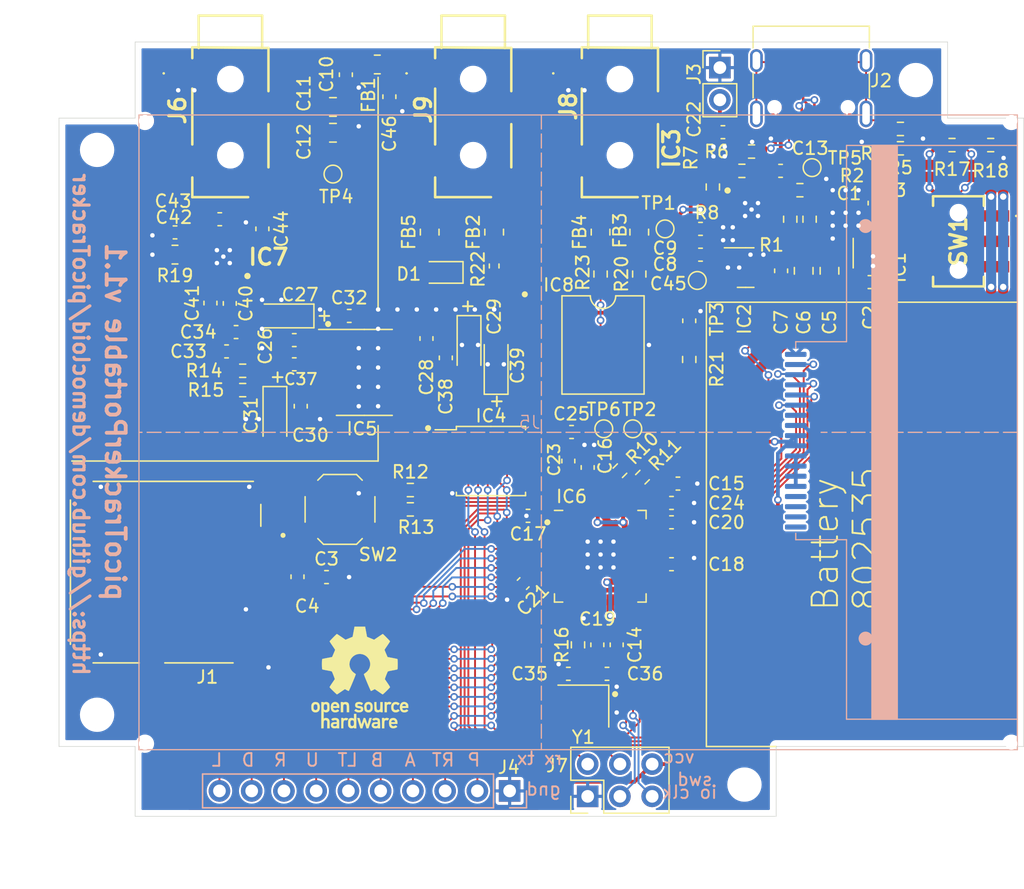
<source format=kicad_pcb>
(kicad_pcb (version 20221018) (generator pcbnew)
  (layers (0 "F.Cu" signal) (31 "B.Cu" signal) (34 "B.Paste" user) (35 "F.Paste" user) (36 "B.SilkS" user "B.Silkscreen") (37 "F.SilkS" user "F.Silkscreen") (38 "B.Mask" user) (39 "F.Mask" user) (44 "Edge.Cuts" user))
  (net 0 "")
  (net 1 "VBUS")
  (net 2 "GND")
  (net 3 "/XIN")
  (net 4 "Net-(IC5-CAPP)")
  (net 5 "+3V3")
  (net 6 "+1V1")
  (net 7 "Net-(IC5-CAPM)")
  (net 8 "Net-(C36-Pad1)")
  (net 9 "/OUT_DAC_L")
  (net 10 "/LINE_OUT_R")
  (net 11 "Net-(IC5-VNEG)")
  (net 12 "Net-(IC5-LDOO)")
  (net 13 "/OUT_DAC_R")
  (net 14 "/LINE_OUT_L")
  (net 15 "Net-(IC7--IN_L)")
  (net 16 "Net-(IC7--IN_R)")
  (net 17 "Net-(IC7-CN)")
  (net 18 "Net-(IC7-CP)")
  (net 19 "Net-(IC7-VSS)")
  (net 20 "Net-(C46-Pad1)")
  (net 21 "Net-(FB2-Pad1)")
  (net 22 "Net-(FB2-Pad2)")
  (net 23 "Net-(FB5-Pad1)")
  (net 24 "Net-(D1-K)")
  (net 25 "Net-(D1-A)")
  (net 26 "/OUT_HP_L")
  (net 27 "Net-(FB3-Pad1)")
  (net 28 "Net-(FB3-Pad2)")
  (net 29 "/OUT_HP_R")
  (net 30 "Net-(FB4-Pad1)")
  (net 31 "Net-(FB4-Pad2)")
  (net 32 "Net-(IC3-TS)")
  (net 33 "Net-(IC3-~{PGOOD})")
  (net 34 "Net-(IC3-~{CHG})")
  (net 35 "Net-(IC3-ILIM)")
  (net 37 "Net-(IC3-ISET)")
  (net 38 "/BCK")
  (net 39 "/DIN")
  (net 40 "/LRCK")
  (net 41 "/SCK")
  (net 42 "Net-(IC6-USB_DM)")
  (net 43 "Net-(IC6-USB_DP)")
  (net 45 "/USB_D+")
  (net 46 "/USB_D-")
  (net 47 "/~{USB_BOOT}")
  (net 48 "/SWCLK")
  (net 49 "/MIDI_OUT")
  (net 50 "/MIDI_IN")
  (net 51 "/SW_PLAY")
  (net 52 "/SW_RT")
  (net 53 "/SW_A")
  (net 54 "/SW_B")
  (net 55 "/SW_LT")
  (net 56 "/SW_UP")
  (net 57 "/SW_RIGHT")
  (net 58 "/SW_DOWN")
  (net 59 "/SW_LEFT")
  (net 60 "/DISPLAY_RST")
  (net 61 "/DISPLAY_SCK")
  (net 62 "/DISPLAY_DC")
  (net 63 "/DISPLAY_CS")
  (net 64 "/DISPLAY_MOSI")
  (net 65 "Net-(IC7-GAIN)")
  (net 70 "/SD_D2")
  (net 71 "/SD_D3")
  (net 72 "/SD_CMD")
  (net 73 "/SD_CLK")
  (net 74 "/SD_D0")
  (net 75 "/SD_D1")
  (net 76 "/QSPI_SS")
  (net 79 "/XOUT")
  (net 80 "/i2c0_SDA")
  (net 81 "/i2c0_SCL")
  (net 82 "/VOL")
  (net 83 "/BAT")
  (net 84 "/QSPI_SD3")
  (net 85 "/QSPI_SCLK")
  (net 86 "/QSPI_SD0")
  (net 87 "/QSPI_SD2")
  (net 88 "/QSPI_SD1")
  (net 94 "Net-(J2-CC1)")
  (net 96 "Net-(J2-CC2)")
  (net 98 "+3.3VA")
  (net 99 "/VBAT")
  (net 100 "Net-(IC2-VO)")
  (net 101 "Net-(J2-SHIELD)")
  (net 102 "/SWDIO")
  (net 104 "/VCHR2")
  (net 110 "/VCHR1")
  (footprint "Resistor_SMD:R_0603_1608Metric" (layer "F.Cu") (at 66.286 8.374)
    (fp_text reference "R5")
    (fp_text value "5k1")
  )
  (footprint "TestPoint:TestPoint_Pad_D1.0mm" (layer "F.Cu") (at 47.744 14.724)
    (fp_text reference "TP1")
    (fp_text value "VBAT")
  )
  (footprint "Capacitor_SMD:C_0603_1608Metric" (layer "F.Cu") (at 64.254 12.692 90)
    (fp_text reference "C1")
    (fp_text value "10uF")
  )
  (footprint "Capacitor_SMD:C_0603_1608Metric" (layer "F.Cu") (at 16.022 14.72 90)
    (fp_text reference "C44")
    (fp_text value "1uF")
  )
  (footprint "Capacitor_SMD:C_0603_1608Metric" (layer "F.Cu") (at 52.303 7.104)
    (fp_text reference "C22")
    (fp_text value "10uF")
  )
  (footprint "Resistor_SMD:R_0603_1608Metric" (layer "F.Cu") (at 66.286 6.85)
    (fp_text reference "R9")
    (fp_text value "1M")
  )
  (footprint "Resistor_SMD:R_0603_1608Metric" (layer "F.Cu") (at 27.678 35.298)
    (fp_text reference "R12")
    (fp_text value "DNF")
  )
  (footprint "project:MOLEX_5027740891" (layer "F.Cu") (at 8.899 41.765 -90)
    (fp_text reference "J1")
    (fp_text value "5027740891")
  )
  (footprint "Resistor_SMD:R_0603_1608Metric" (layer "F.Cu") (at 49.649 25.011 90)
    (fp_text reference "R21")
    (fp_text value "270")
  )
  (footprint "Resistor_SMD:R_0603_1608Metric" (layer "F.Cu") (at 27.678 36.822)
    (fp_text reference "R13")
    (fp_text value "1k")
  )
  (footprint "Capacitor_SMD:C_0603_1608Metric" (layer "F.Cu") (at 49.649 21.963 -90)
    (fp_text reference "C45")
    (fp_text value "100nF")
  )
  (footprint "Capacitor_SMD:C_0603_1608Metric" (layer "F.Cu") (at 9.14 15 180)
    (fp_text reference "C42")
    (fp_text value "1uF")
  )
  (footprint "Capacitor_SMD:C_0603_1608Metric" (layer "F.Cu") (at 40.124 49.776 180)
    (fp_text reference "C35")
    (fp_text value "20pF")
  )
  (footprint "Capacitor_SMD:C_0603_1608Metric" (layer "F.Cu") (at 18.534 25.392 180)
    (fp_text reference "C37")
    (fp_text value "2.2uF")
  )
  (footprint "Capacitor_Tantalum_SMD:CP_EIA-3216-18_Kemet-A" (layer "F.Cu") (at 32.3008 23.868 -90)
    (fp_text reference "C29")
    (fp_text value "10uF")
  )
  (footprint "Crystal:Crystal_SMD_3225-4Pin_3.2x2.5mm" (layer "F.Cu") (at 41.31 52.316 180)
    (fp_text reference "Y1")
    (fp_text value "12MHz 20pF ±10ppm")
  )
  (footprint "Resistor_SMD:R_0603_1608Metric" (layer "F.Cu") (at 45.712 18.28 90)
    (fp_text reference "R20")
    (fp_text value "33")
  )
  (footprint "project:QFN50P300X300X100-17N-D" (layer "F.Cu") (at 12.946 16.9352 180)
    (fp_text reference "IC7")
    (fp_text value "TPA6139A2RGTR" hide)
  )
  (footprint "Capacitor_SMD:C_0603_1608Metric" (layer "F.Cu") (at 42.41 47.49 -90)
    (fp_text reference "C19")
    (fp_text value "100nF")
  )
  (footprint "Capacitor_SMD:C_0603_1608Metric" (layer "F.Cu") (at 56.888 18.026 90)
    (fp_text reference "C7")
    (fp_text value "2.2uF")
  )
  (footprint "Capacitor_SMD:C_0805_2012Metric" (layer "F.Cu") (at 58.666 18.026 90)
    (fp_text reference "C6")
    (fp_text value "47uF")
  )
  (footprint "Capacitor_SMD:C_0603_1608Metric" (layer "F.Cu") (at 22.598 2.578 -90)
    (fp_text reference "C10")
    (fp_text value "2.2uF")
  )
  (footprint "Resistor_SMD:R_0603_1608Metric" (layer "F.Cu") (at 58.368735 11.676 180)
    (fp_text reference "R2")
    (fp_text value "3k")
  )
  (footprint "Capacitor_SMD:C_0603_1608Metric" (layer "F.Cu") (at 13.2 24.376)
    (fp_text reference "C33")
    (fp_text value "2.2nF")
  )
  (footprint "Capacitor_SMD:C_0603_1608Metric" (layer "F.Cu") (at 22.865 21.582)
    (fp_text reference "C32")
    (fp_text value "2.2uF")
  )
  (footprint "Capacitor_SMD:C_0603_1608Metric" (layer "F.Cu") (at 19.042 28.694 -90)
    (fp_text reference "C30")
    (fp_text value "100nF")
  )
  (footprint "Resistor_SMD:R_0603_1608Metric" (layer "F.Cu") (at 59.130735 13.962 90)
    (fp_text reference "R3")
    (fp_text value "10k")
  )
  (footprint "Capacitor_SMD:C_0603_1608Metric" (layer "F.Cu") (at 43.934 47.49 -90)
    (fp_text reference "C14")
    (fp_text value "100nF")
  )
  (footprint "Resistor_SMD:R_0603_1608Metric" (layer "F.Cu") (at 40.886 47.49 -90)
    (fp_text reference "R16")
    (fp_text value "1k")
  )
  (footprint "Resistor_SMD:R_0805_2012Metric" (layer "F.Cu") (at 29.202 14.978 -90)
    (fp_text reference "FB5")
    (fp_text value "600@100MHz")
  )
  (footprint "Resistor_SMD:R_0603_1608Metric" (layer "F.Cu") (at 51.510735 11.422 -90)
    (fp_text reference "R8")
    (fp_text value "10k")
  )
  (footprint "Capacitor_SMD:C_0603_1608Metric" (layer "F.Cu") (at 18.788 42.128 -90)
    (fp_text reference "C4")
    (fp_text value "100nF")
  )
  (footprint "TestPoint:TestPoint_Pad_D1.0mm" (layer "F.Cu") (at 59.3264 9.898)
    (fp_text reference "TP5")
    (fp_text value "VBUS")
  )
  (footprint "Capacitor_SMD:C_0603_1608Metric" (layer "F.Cu") (at 36.568 42.664 -135)
    (fp_text reference "C21")
    (fp_text value "100nF")
  )
  (footprint "Resistor_SMD:R_0603_1608Metric" (layer "F.Cu") (at 70.35 8.12)
    (fp_text reference "R17")
    (fp_text value "100k")
  )
  (footprint "Resistor_SMD:R_0603_1608Metric" (layer "F.Cu") (at 45.966 34.282 -135)
    (fp_text reference "R11")
    (fp_text value "27")
  )
  (footprint "Capacitor_Tantalum_SMD:CP_EIA-3216-18_Kemet-A" (layer "F.Cu") (at 17.01 29.456 -90)
    (fp_text reference "C31")
    (fp_text value "10uF")
  )
  (footprint "Resistor_SMD:R_0603_1608Metric" (layer "F.Cu") (at 53.796735 10.152 180)
    (fp_text reference "R7")
    (fp_text value "4.3k")
  )
  (footprint "Capacitor_SMD:C_0805_2012Metric" (layer "F.Cu") (at 21.582 5.118)
    (fp_text reference "C11")
    (fp_text value "47uF")
  )
  (footprint "project:PinHeader_1x02_P2.54mm_Vertical" (layer "F.Cu") (at 52.062 2.019)
    (fp_text reference "J3")
    (fp_text value "Conn_01x02")
  )
  (footprint "Capacitor_SMD:C_0603_1608Metric" (layer "F.Cu") (at 30.472 24.884 90)
    (fp_text reference "C38")
    (fp_text value "100nF")
  )
  (footprint "Capacitor_SMD:C_0603_1608Metric" (layer "F.Cu") (at 12.664 13.962 180)
    (fp_text reference "C43")
    (fp_text value "1uF")
  )
  (footprint "Resistor_SMD:R_0805_2012Metric" (layer "F.Cu") (at 42.664 14.978 90)
    (fp_text reference "FB4")
    (fp_text value "600@100MHz")
  )
  (footprint "Capacitor_SMD:C_0603_1608Metric" (layer "F.Cu") (at 48.76 34.79)
    (fp_text reference "C15")
    (fp_text value "100nF")
  )
  (footprint "Resistor_SMD:R_0603_1608Metric" (layer "F.Cu") (at 14.47 27.424 180)
    (fp_text reference "R15")
    (fp_text value "470")
  )
  (footprint "TestPoint:TestPoint_Pad_D1.0mm" (layer "F.Cu") (at 50.284 18.788)
    (fp_text reference "TP3")
    (fp_text value "VCHR")
  )
  (footprint "Resistor_SMD:R_0603_1608Metric" (layer "F.Cu") (at 14.47 25.9 180)
    (fp_text reference "R14")
    (fp_text value "470")
  )
  (footprint "project:PJ327C4A" (layer "F.Cu") (at 44.188 5.072 -90)
    (fp_text reference "J8")
    (fp_text value "MIDI Out" hide)
  )
  (footprint "Capacitor_SMD:C_0603_1608Metric" (layer "F.Cu") (at 26.027 4.31 -90)
    (fp_text reference "C46")
    (fp_text value "100nF")
  )
  (footprint "Capacitor_SMD:C_0603_1608Metric" (layer "F.Cu") (at 13.454 20.596 90)
    (fp_text reference "C40")
    (fp_text value "2.2uF")
  )
  (footprint "Capacitor_SMD:C_0603_1608Metric" (layer "F.Cu") (at 50.538 16.756)
    (fp_text reference "C8")
    (fp_text value "2.2uF")
  )
  (footprint "Package_TO_SOT_SMD:SOT-23" (layer "F.Cu") (at 64.127 16.121 90)
    (fp_text reference "IC1")
    (fp_text value "XC6206P332MR")
  )
  (footprint "Symbol:OSHW-Logo_7.5x8mm_SilkScreen" (layer "F.Cu") (at 23.69 50.06)
    (fp_text reference "REF**" hide)
    (fp_text value "OSHW-Logo_7.5x8mm_SilkScreen" hide)
  )
  (footprint "Capacitor_SMD:C_0603_1608Metric" (layer "F.Cu") (at 40.124 33.012 90)
    (fp_text reference "C23")
    (fp_text value "1uF")
  )
  (footprint "Capacitor_SMD:C_0603_1608Metric" (layer "F.Cu") (at 63.886 18.915 180)
    (fp_text reference "C2")
    (fp_text value "10uF")
  )
  (footprint "Capacitor_SMD:C_0603_1608Metric" (layer "F.Cu") (at 48.252 41.14)
    (fp_text reference "C18")
    (fp_text value "100nF")
  )
  (footprint "Resistor_SMD:R_0603_1608Metric" (layer "F.Cu") (at 54.558735 8.628 180)
    (fp_text reference "R6")
    (fp_text value "5k1")
  )
  (footprint "Resistor_SMD:R_0402_1005Metric" (layer "F.Cu") (at 34.282 17.645 -90)
    (fp_text reference "R22")
    (fp_text value "220")
  )
  (footprint "Capacitor_SMD:C_0603_1608Metric" (layer "F.Cu") (at 36.949 37.33 180)
    (fp_text reference "C17")
    (fp_text value "100nF")
  )
  (footprint "Capacitor_SMD:C_0805_2012Metric" (layer "F.Cu") (at 60.698 18.026 90)
    (fp_text reference "C5")
    (fp_text value "47uF")
  )
  (footprint "TestPoint:TestPoint_Pad_D1.0mm" (layer "F.Cu") (at 21.582 10.406)
    (fp_text reference "TP4")
    (fp_text value "3.3VA")
  )
  (footprint "Capacitor_SMD:C_0603_1608Metric" (layer "F.Cu") (at 13.949 22.852)
    (fp_text reference "C34")
    (fp_text value "2.2nF")
  )
  (footprint "Capacitor_SMD:C_0603_1608Metric" (layer "F.Cu") (at 56.844735 10.152)
    (fp_text reference "C13")
    (fp_text value "1uF")
  )
  (footprint "Resistor_SMD:R_0603_1608Metric" (layer "F.Cu") (at 42.664 18.28 90)
    (fp_text reference "R23")
    (fp_text value "10")
  )
  (footprint "project:QFN50P300X300X100-17N-D" (layer "F.Cu") (at 54.570735 13.2)
    (fp_text reference "IC3")
    (fp_text value "BQ24232HRGTR" hide)
  )
  (footprint "project:PJ327C4A" (layer "F.Cu") (at 13.5 5.072 -90)
    (fp_text reference "J6")
    (fp_text value "Headphones" hide)
  )
  (footprint "Capacitor_Tantalum_SMD:CP_EIA-3216-18_Kemet-A" (layer "F.Cu") (at 17.772 21.582 180)
    (fp_text reference "C27")
    (fp_text value "10uF")
  )
  (footprint "TestPoint:TestPoint_Pad_D1.0mm" (layer "F.Cu") (at 42.918 30.472)
    (fp_text reference "TP6")
    (fp_text value "GND")
  )
  (footprint "Package_DIP:SMDIP-6_W9.53mm" (layer "F.Cu") (at 42.857 23.868)
    (fp_text reference "IC8")
    (fp_text value "H11L1")
  )
  (footprint "Resistor_SMD:R_0805_2012Metric" (layer "F.Cu") (at 34.282 14.978 -90)
    (fp_text reference "FB2")
    (fp_text value "600@100MHz")
  )
  (footprint "Capacitor_SMD:C_0603_1608Metric" (layer "F.Cu") (at 50.538 14.724)
    (fp_text reference "C9")
    (fp_text value "2.2uF")
  )
  (footprint "Package_TO_SOT_SMD:SOT-23" (layer "F.Cu") (at 54.094 17.772)
    (fp_text reference "IC2")
    (fp_text value "XC6206P332MR")
  )
  (footprint "Resistor_SMD:R_0805_2012Metric" (layer "F.Cu") (at 9.136 16.752 180)
    (fp_text reference "R19")
    (fp_text value "82k")
  )
  (footprint "Capacitor_Tantalum_SMD:CP_EIA-3216-18_Kemet-A" (layer "F.Cu") (at 34.4344 25.4428 90)
    (fp_text reference "C39")
    (fp_text value "10uF")
  )
  (footprint "project:MS22D28G020" (layer "F.Cu") (at 70.858 15.704 -90)
    (fp_text reference "SW1")
    (fp_text value "MS-22D28-G020" hide)
  )
  (footprint "Resistor_SMD:R_0603_1608Metric" (layer "F.Cu") (at 44.188 33.774 -135)
    (fp_text reference "R10")
    (fp_text value "27")
  )
  (footprint "Capacitor_SMD:C_0603_1608Metric" (layer "F.Cu") (at 28.948 23.36 -90)
    (fp_text reference "C28")
    (fp_text value "100nF")
  )
  (footprint "project:PinHeader_2x03_P2.54mm_Vertical" (layer "F.Cu") (at 41.648 59.428 90)
    (fp_text reference "J7")
    (fp_text value "Conn_02x03_Odd_Even")
  )
  (footprint "Resistor_SMD:R_0805_2012Metric" (layer "F.Cu") (at 25.075 1.77 180)
    (fp_text reference "FB1")
    (fp_text value "600@100MHz")
  )
  (footprint "Capacitor_SMD:C_0603_1608Metric" (layer "F.Cu") (at 48.252 37.838)
    (fp_text reference "C20")
    (fp_text value "100nF")
  )
  (footprint "Package_SO:TSSOP-20_4.4x6.5mm_P0.65mm" (layer "F.Cu") (at 24.0535 26.031)
    (fp_text reference "IC5")
    (fp_text value "PCM5102A")
  )
  (footprint "Diode_SMD:D_SOD-323" (layer "F.Cu") (at 30.218 18.153 180)
    (fp_text reference "D1")
    (fp_text value "1N4148WS")
  )
  (footprint "Resistor_SMD:R_0805_2012Metric" (layer "F.Cu") (at 45.712 14.978 90)
    (fp_text reference "FB3")
    (fp_text value "600@100MHz")
  )
  (footprint "project:PJ327C4A" (layer "F.Cu") (at 32.631 5.072 -90)
    (fp_text reference "J9")
    (fp_text value "MIDI In" hide)
  )
  (footprint "Capacitor_SMD:C_0603_1608Metric" (layer "F.Cu") (at 11.93 20.566 90)
    (fp_text reference "C41")
    (fp_text value "2.2uF")
  )
  (footprint "Capacitor_SMD:C_0603_1608Metric" (layer "F.Cu") (at 41.648 33.52 90)
    (fp_text reference "C16")
    (fp_text value "100nF")
  )
  (footprint "Resistor_SMD:R_0603_1608Metric" (layer "F.Cu") (at 57.606735 13.962 90)
    (fp_text reference "R1")
    (fp_text value "10k")
  )
  (footprint "TestPoint:TestPoint_Pad_D1.0mm" (layer "F.Cu") (at 45.204 30.472)
    (fp_text reference "TP2")
    (fp_text value "TestPoint")
  )
  (footprint "Capacitor_SMD:C_0603_1608Metric" (layer "F.Cu") (at 40.378 30.726)
    (fp_text reference "C25")
    (fp_text value "100nF")
  )
  (footprint "project:USB_C_Receptacle_G-Switch_GT-USB-7010ASV" (layer "F.Cu") (at 59.259735 2.54 180)
    (fp_text reference "J2")
    (fp_text value "USB_C_Receptacle_USB2.0")
  )
  (footprint "Capacitor_SMD:C_0603_1608Metric" (layer "F.Cu") (at 21.074 42.156)
    (fp_text reference "C3")
    (fp_text value "10uF")
  )
  (footprint "Capacitor_SMD:C_0603_1608Metric" (layer "F.Cu") (at 48.252 36.314)
    (fp_text reference "C24")
    (fp_text value "1uF")
  )
  (footprint "Capacitor_SMD:C_0805_2012Metric" (layer "F.Cu") (at 21.582 7.15)
    (fp_text reference "C12")
    (fp_text value "47uF")
  )
  (footprint "project:SOIC-8_5.23x5.23mm_P1.27mm" (layer "F.Cu") (at 34.028 33.012)
    (fp_text reference "IC4")
    (fp_text value "W25Q128JVS")
  )
  (footprint "Resistor_SMD:R_0603_1608Metric" (layer "F.Cu") (at 73.398 8.12)
    (fp_text reference "R18")
    (fp_text value "100k")
  )
  (footprint "Capacitor_SMD:C_0603_1608Metric" (layer "F.Cu") (at 43.172 49.776)
    (fp_text reference "C36")
    (fp_text value "20pF")
  )
  (footprint "Package_DFN_QFN:QFN-56-1EP_7x7mm_P0.4mm_EP3.2x3.2mm" (layer "F.Cu") (at 42.642 40.5135)
    (fp_text reference "IC6")
    (fp_text value "RP2040")
  )
  (footprint "Capacitor_SMD:C_0603_1608Metric" (layer "F.Cu") (at 18.534 23.484 180)
    (fp_text reference "C26")
    (fp_text value "100nF")
  )
  (footprint "project:SW_Push_1P1T_XKB_TS-1187A" (layer "F.Cu") (at 22.138 36.822)
    (fp_text reference "SW2")
    (fp_text value "SW_SPST")
  )
  (footprint "MountingHole:MountingHole_2.2mm_M2" (layer "B.Cu") (at 3 53 180)
    (fp_text reference "H3" hide)
    (fp_text value "MountingHole")
  )
  (footprint "MountingHole:MountingHole_2.2mm_M2" (layer "B.Cu") (at 3 8.5 180)
    (fp_text reference "H2" hide)
    (fp_text value "MountingHole")
  )
  (footprint "project:PinHeader_1x10_P2.54mm_Vertical" (layer "B.Cu") (at 35.5 59 90)
    (fp_text reference "J4")
    (fp_text value "Conn_01x10")
  )
  (footprint "project:QD-TFT2803" (layer "B.Cu") (at 38 30.75 180)
    (fp_text reference "J5")
    (fp_text value "Conn_01x18")
  )
  (footprint "MountingHole:MountingHole_2.2mm_M2" (layer "B.Cu") (at 54 58.5 180)
    (fp_text reference "H4" hide)
    (fp_text value "MountingHole")
  )
  (footprint "MountingHole:MountingHole_2.2mm_M2" (layer "B.Cu") (at 67.5 3 180)
    (fp_text reference "H1" hide)
    (fp_text value "MountingHole")
  )
  (gr_circle (center 43.807 51.374395) (end 43.986605 51.374395) (stroke (width 0.12)) (fill solid) (layer "F.SilkS"))
  (gr_line (start 1.008 33.012) (end 25.138 33.012) (stroke (width 0.12)) (layer "F.SilkS"))
  (gr_line locked (start 51 55.5) (end 51 20.5) (stroke (width 0.12)) (layer "F.SilkS"))
  (gr_circle (center 36.695 19.878395) (end 36.874605 19.878395) (stroke (width 0.12)) (fill solid) (layer "F.SilkS"))
  (gr_line (start 25.138 21.074) (end 25.138 2.786) (stroke (width 0.12)) (layer "F.SilkS"))
  (gr_line locked (start 51 20.5) (end 75.5 20.5) (stroke (width 0.12)) (layer "F.SilkS"))
  (gr_line (start 25.138 33.012) (end 25.138 30.218) (stroke (width 0.12)) (layer "F.SilkS"))
  (gr_circle (center 29.075 30.419395) (end 29.254605 30.419395) (stroke (width 0.12)) (fill solid) (layer "F.SilkS"))
  (gr_circle (center 38.473 37.838) (end 38.652605 37.838) (stroke (width 0.12)) (fill solid) (layer "F.SilkS"))
  (gr_line (start 51 55.5) (end 56.5 55.5) (stroke (width 0.12)) (layer "F.SilkS"))
  (gr_circle (center 21.201 22.217) (end 21.380605 22.217) (stroke (width 0.12)) (fill solid) (layer "F.SilkS"))
  (gr_line locked (start 76 6) (end 76 55.5) (stroke (width 0.05)) (layer "Edge.Cuts"))
  (gr_line locked (start 70 0) (end 70 6) (stroke (width 0.05)) (layer "Edge.Cuts"))
  (gr_line locked (start 76 6) (end 70 6) (stroke (width 0.05)) (layer "Edge.Cuts"))
  (gr_line locked (start 6 55.5) (end 0 55.5) (stroke (width 0.05)) (layer "Edge.Cuts"))
  (gr_line locked (start 56.5 55.5) (end 76 55.5) (stroke (width 0.05)) (layer "Edge.Cuts"))
  (gr_line locked (start 6 6) (end 0 6) (stroke (width 0.05)) (layer "Edge.Cuts"))
  (gr_line locked (start 0 6) (end 0 55.5) (stroke (width 0.05)) (layer "Edge.Cuts"))
  (gr_line locked (start 56.5 61) (end 56.5 55.5) (stroke (width 0.05)) (layer "Edge.Cuts"))
  (gr_line locked (start 6 55.5) (end 6 61) (stroke (width 0.05)) (layer "Edge.Cuts"))
  (gr_line locked (start 6 61) (end 56.5 61) (stroke (width 0.05)) (layer "Edge.Cuts"))
  (gr_line locked (start 70 0) (end 6 0) (stroke (width 0.05)) (layer "Edge.Cuts"))
  (gr_line locked (start 6 0) (end 6 6) (stroke (width 0.05)) (layer "Edge.Cuts"))
  (gr_text "U" (at 20.574 57.15) (layer "B.SilkS") (effects (font (size 1 1)) (justify left bottom mirror)))
  (gr_text "L" (at 12.954 57.15) (layer "B.SilkS") (effects (font (size 1 1)) (justify left bottom mirror)))
  (gr_text "RT" (at 31.242 57.15) (layer "B.SilkS") (effects (font (size 1 1)) (justify left bottom mirror)))
  (gr_text "A" (at 28.194 57.15) (layer "B.SilkS") (effects (font (size 1 1)) (justify left bottom mirror)))
  (gr_text "R" (at 18.034 57.15) (layer "B.SilkS") (effects (font (size 1 1)) (justify left bottom mirror)))
  (gr_text "https://github.com/democloid/picoTracker" (at 1.016 50.038 270) (layer "B.SilkS") (effects (font (size 1.2 1.2) (thickness 0.25) bold) (justify left bottom mirror)))
  (gr_text "gnd" (at 39.624 59.436) (layer "B.SilkS") (effects (font (size 1 1)) (justify left bottom mirror)))
  (gr_text "vcc" (at 50.165 56.896) (layer "B.SilkS") (effects (font (size 1 1)) (justify left bottom mirror)))
  (gr_text "D" (at 15.494 57.15) (layer "B.SilkS") (effects (font (size 1 1)) (justify left bottom mirror)))
  (gr_text "P" (at 33.274 57.15) (layer "B.SilkS") (effects (font (size 1 1)) (justify left bottom mirror)))
  (gr_text "rx tx" (at 39.751 57.023) (layer "B.SilkS") (effects (font (size 1 1)) (justify left bottom mirror)))
  (gr_text "B" (at 25.654 57.15) (layer "B.SilkS") (effects (font (size 1 1)) (justify left bottom mirror)))
  (gr_text "io clk" (at 51.943 59.69) (layer "B.SilkS") (effects (font (size 1 1)) (justify left bottom mirror)))
  (gr_text "picoTrackerPortable v1.1" (at 3.556 44.196 270) (layer "B.SilkS") (effects (font (size 1.5 1.5) (thickness 0.3) bold) (justify left bottom mirror)))
  (gr_text "LT" (at 23.622 57.15) (layer "B.SilkS") (effects (font (size 1 1)) (justify left bottom mirror)))
  (gr_text "swd" (at 51.562 58.674) (layer "B.SilkS") (effects (font (size 1 1)) (justify left bottom mirror)))
  (gr_text "+" (at 33.774 28.821) (layer "F.SilkS") (effects (font (size 1 1)) (justify left bottom)))
  (gr_text locked "Battery\n802535" (at 64.762 44.95 90) (layer "F.SilkS") (effects (font (size 2 2)) (justify left bottom)))
  (gr_text "+" (at 31.488 21.328) (layer "F.SilkS") (effects (font (size 1 1)) (justify left bottom)))
  (gr_text "+" (at 16.502 26.916) (layer "F.SilkS") (effects (font (size 1 1)) (justify left bottom)))
  (gr_text "+" (at 20.185 22.09) (layer "F.SilkS") (effects (font (size 1 1)) (justify left bottom)))
  (segment (start 61.659735 5.680305) (end 60.800735 4.821305) (width 0.3) (layer "F.Cu") (net 1))
  (segment (start 60.800735 3.650735) (end 60.552 3.402) (width 0.3) (layer "F.Cu") (net 1))
  (segment (start 56.069735 10.152) (end 56.082735 10.165) (width 0.3) (layer "F.Cu") (net 1))
  (segment (start 56.859735 5.680305) (end 57.094735 5.445305) (width 0.3) (layer "F.Cu") (net 1))
  (segment (start 61.659735 6.265) (end 61.659735 5.680305) (width 0.3) (layer "F.Cu") (net 1))
  (segment (start 55.431264 11.7) (end 55.375999 11.644735) (width 0.3) (layer "F.Cu") (net 1))
  (segment (start 55.804735 11.7) (end 55.431264 11.7) (width 0.3) (layer "F.Cu") (net 1))
  (segment (start 60.800735 4.821305) (end 60.800735 3.650735) (width 0.3) (layer "F.Cu") (net 1))
  (segment (start 56.859735 9.362) (end 56.069735 10.152) (width 0.3) (layer "F.Cu") (net 1))
  (segment (start 60.552 3.402) (end 57.898 3.402) (width 0.3) (layer "F.Cu") (net 1))
  (segment (start 58.892 9.362) (end 56.859735 9.362) (width 0.3) (layer "F.Cu") (net 1))
  (segment (start 56.082735 10.165) (end 56.082735 11.422) (width 0.3) (layer "F.Cu") (net 1))
  (segment (start 56.859735 6.265) (end 56.859735 5.680305) (width 0.3) (layer "F.Cu") (net 1))
  (segment (start 57.898 3.402) (end 57.094735 4.205265) (width 0.3) (layer "F.Cu") (net 1))
  (segment (start 56.859735 6.180305) (end 56.859735 9.362) (width 0.3) (layer "F.Cu") (net 1))
  (segment (start 59.428 9.898) (end 58.892 9.362) (width 0.3) (layer "F.Cu") (net 1))
  (segment (start 56.082735 11.422) (end 55.804735 11.7) (width 0.3) (layer "F.Cu") (net 1))
  (segment (start 57.094735 5.445305) (end 57.094735 4.205265) (width 0.3) (layer "F.Cu") (net 1))
  (segment (start 2.777 48.515) (end 3.04 48.252) (width 0.3) (layer "F.Cu") (net 2))
  (segment (start 15.74 24.376) (end 15.994 24.122) (width 0.3) (layer "F.Cu") (net 2))
  (segment (start 14.446 16.6852) (end 13.7388 16.6852) (width 0.3) (layer "F.Cu") (net 2))
  (segment (start 10.025 3.167) (end 10.66 3.802) (width 0.3) (layer "F.Cu") (net 2))
  (segment (start 22.598 3.353) (end 23.373 3.353) (width 0.3) (layer "F.Cu") (net 2))
  (segment (start 13.6852 17.1852) (end 13.454 17.4164) (width 0.3) (layer "F.Cu") (net 2))
  (segment (start 74.223 8.12) (end 74.223 8.945) (width 0.3) (layer "F.Cu") (net 2))
  (segment (start 16.874 35.315) (end 18.77 35.315) (width 0.3) (layer "F.Cu") (net 2))
  (segment (start 41.648 32.745) (end 41.648 32.25) (width 0.3) (layer "F.Cu") (net 2))
  (segment (start 24.219 34.947) (end 25.138 34.947) (width 0.3) (layer "F.Cu") (net 2))
  (segment (start 49.027 36.314) (end 50.03 36.314) (width 0.3) (layer "F.Cu") (net 2))
  (segment (start 23.106 7.15) (end 23.614 6.642) (width 0.3) (layer "F.Cu") (net 2))
  (segment (start 13.7388 16.6852) (end 13.454 16.4004) (width 0.3) (layer "F.Cu") (net 2))
  (segment (start 56.059735 6.384) (end 56.059735 7.589) (width 0.3) (layer "F.Cu") (net 2))
  (segment (start 42.41 53.166) (end 43.592 53.166) (width 0.3) (layer "F.Cu") (net 2))
  (segment (start 22.532 7.15) (end 23.106 7.15) (width 0.3) (layer "F.Cu") (net 2))
  (segment (start 16.374 35.315) (end 15.257 35.315) (width 0.3) (layer "F.Cu") (net 2))
  (segment (start 39.349 49.027) (end 39.362 49.014) (width 0.3) (layer "F.Cu") (net 2))
  (segment (start 40.713 3.213) (end 40.124 3.802) (width 0.3) (layer "F.Cu") (net 2))
  (segment (start 22.598 5.052) (end 22.532 5.118) (width 0.3) (layer "F.Cu") (net 2))
  (segment (start 39.349 50.605) (end 40.21 51.466) (width 0.3) (layer "F.Cu") (net 2))
  (segment (start 36.174 37.33) (end 36.822 37.33) (width 0.3) (layer "F.Cu") (net 2))
  (segment (start 41.153 30.726) (end 41.153 31.501) (width 0.3) (layer "F.Cu") (net 2))
  (segment (start 8.311 16.752) (end 7.362 16.752) (width 0.3) (layer "F.Cu") (net 2))
  (segment (start 16.874 47.965) (end 16.874 48.896) (width 0.3) (layer "F.Cu") (net 2))
  (segment (start 12.1532 16.6852) (end 12.438 16.4004) (width 0.3) (layer "F.Cu") (net 2))
  (segment (start 16.022 13.945) (end 14.991 13.945) (width 0.3) (layer "F.Cu") (net 2))
  (segment (start 39.349 49.776) (end 39.349 50.605) (width 0.3) (layer "F.Cu") (net 2))
  (segment (start 22.532 5.118) (end 22.532 7.15) (width 0.3) (layer "F.Cu") (net 2))
  (segment (start 42.918 30.98) (end 42.156 31.742) (width 0.3) (layer "F.Cu") (net 2))
  (segment (start 40.713 2.472) (end 40.713 3.213) (width 0.3) (layer "F.Cu") (net 2))
  (segment (start 56.059735 7.589) (end 56.082735 7.612) (width 0.3) (layer "F.Cu") (net 2))
  (segment (start 16.53 44.365) (end 15.055 44.365) (width 0.3) (layer "F.Cu") (net 2))
  (segment (start 55.320735 13.962) (end 55.066735 13.708) (width 0.3) (layer "F.Cu") (net 2))
  (segment (start 41.648 32.25) (end 42.156 31.742) (width 0.3) (layer "F.Cu") (net 2))
  (segment (start 43.947 49.776) (end 43.947 50.779) (width 0.3) (layer "F.Cu") (net 2))
  (segment (start 54.820735 12.446) (end 55.066735 12.692) (width 0.3) (layer "F.Cu") (net 2))
  (segment (start 26.675 5.085) (end 27.043 5.453) (width 0.3) (layer "F.Cu") (net 2))
  (segment (start 1.77 48.515) (end 2.777 48.515) (width 0.3) (layer "F.Cu") (net 2))
  (segment (start 7.362 16.752) (end 7.358 16.756) (width 0.3) (layer "F.Cu") (net 2))
  (segment (start 39.349 49.776) (end 39.349 49.027) (width 0.3) (layer "F.Cu") (net 2))
  (segment (start 14.446 17.1852) (end 13.6852 17.1852) (width 0.3) (layer "F.Cu") (net 2))
  (segment (start 43.592 53.166) (end 43.934 52.824) (width 0.3) (layer "F.Cu") (net 2))
  (segment (start 18.788 42.903) (end 18.816 42.931) (width 0.3) (layer "F.Cu") (net 2))
  (segment (start 49.535 34.79) (end 50.284 34.79) (width 0.3) (layer "F.Cu") (net 2))
  (segment (start 43.947 50.779) (end 43.934 50.792) (width 0.3) (layer "F.Cu") (net 2))
  (segment (start 41.642 43.951) (end 41.642 45.08798) (width 0.3) (layer "F.Cu") (net 2))
  (segment (start 53.820735 14.7) (end 53.820735 13.938) (width 0.3) (layer "F.Cu") (net 2))
  (segment (start 41.153 31.501) (end 41.394 31.742) (width 0.3) (layer "F.Cu") (net 2))
  (segment (start 50.525 21.188) (end 50.538 21.201) (width 0.3) (layer "F.Cu") (net 2))
  (segment (start 42.41 48.265) (end 43.934 48.265) (width 0.3) (layer "F.Cu") (net 2))
  (segment (start 40.124 32.237) (end 41.14 32.237) (width 0.3) (layer "F.Cu") (net 2))
  (segment (start 43.934 48.265) (end 43.934 49.763) (width 0.3) (layer "F.Cu") (net 2))
  (segment (start 18.816 42.931) (end 21.074 42.931) (width 0.3) (layer "F.Cu") (net 2))
  (segment (start 42.918 30.472) (end 42.918 30.98) (width 0.3) (layer "F.Cu") (net 2))
  (segment (start 22.598 3.353) (end 22.598 5.052) (width 0.3) (layer "F.Cu") (net 2))
  (segment (start 40.124 31.755) (end 41.153 30.726) (width 0.3) (layer "F.Cu") (net 2))
  (segment (start 21.074 42.931) (end 21.849 42.156) (width 0.3) (layer "F.Cu") (net 2))
  (segment (start 1.77 35.015) (end 3.011 35.015) (width 0.3) (layer "F.Cu") (net 2))
  (segment (start 67.111 6.85) (end 67.302 6.85) (width 0.3) (layer "F.Cu") (net 2))
  (segment (start 47.937 23.868) (end 46.474 23.868) (width 0.3) (layer "F.Cu") (net 2))
  (segment (start 40.713 2.472) (end 40.713 3.121) (width 0.3) (layer "F.Cu") (net 2))
  (segment (start 43.934 49.763) (end 43.947 49.776) (width 0.3) (layer "F.Cu") (net 2))
  (segment (start 13.975 24.376) (end 15.74 24.376) (width 0.3) (layer "F.Cu") (net 2))
  (segment (start 49.5385 41.14) (end 50.03 40.6485) (width 0.3) (layer "F.Cu") (net 2))
  (segment (start 14.991 13.945) (end 14.724 14.212) (width 0.3) (layer "F.Cu") (net 2))
  (segment (start 30.428 35) (end 30.98 35.552) (width 0.3) (layer "F.Cu") (net 2))
  (segment (start 15.257 35.315) (end 14.986 35.044) (width 0.3) (layer "F.Cu") (net 2))
  (segment (start 23.614 35.552) (end 24.219 34.947) (width 0.3) (layer "F.Cu") (net 2))
  (segment (start 10.025 3.167) (end 9.39 3.802) (width 0.3) (layer "F.Cu") (net 2))
  (segment (start 41.14 32.237) (end 41.648 32.745) (width 0.3) (layer "F.Cu") (net 2))
  (segment (start 3.011 35.015) (end 3.04 35.044) (width 0.3) (layer "F.Cu") (net 2))
  (segment (start 53.070735 13.95) (end 53.808735 13.95) (width 0.3) (layer "F.Cu") (net 2))
  (segment (start 11.446 16.6852) (end 12.1532 16.6852) (width 0.3) (layer "F.Cu") (net 2))
  (segment (start 40.713 3.121) (end 41.394 3.802) (width 0.3) (layer "F.Cu") (net 2))
  (segment (start 53.808735 13.95) (end 54.050735 13.708) (width 0.3) (layer "F.Cu") (net 2))
  (segment (start 49.649 21.188) (end 50.525 21.188) (width 0.3) (layer "F.Cu") (net 2))
  (segment (start 19.09 29.517) (end 19.042 29.469) (width 0.3) (layer "F.Cu") (net 2))
  (segment (start 26.027 5.085) (end 26.675 5.085) (width 0.3) (layer "F.Cu") (net 2))
  (segment (start 15.055 44.365) (end 14.724 44.696) (width 0.3) (layer "F.Cu") (net 2))
  (segment (start 53.820735 13.938) (end 54.050735 13.708) (width 0.3) (layer "F.Cu") (net 2))
  (segment (start 67.111 8.374) (end 67.302 8.374) (width 0.3) (layer "F.Cu") (net 2))
  (segment (start 7.362 15.228) (end 7.358 15.232) (width 0.3) (layer "F.Cu") (net 2))
  (segment (start 18.77 35.315) (end 19.138 34.947) (width 0.3) (layer "F.Cu") (net 2))
  (segment (start 23.373 3.353) (end 23.614 3.594) (width 0.3) (layer "F.Cu") (net 2))
  (segment (start 67.302 8.374) (end 68.064 7.612) (width 0.3) (layer "F.Cu") (net 2))
  (segment (start 62.459735 6.765) (end 62.459735 7.087735) (width 0.3) (layer "F.Cu") (net 2))
  (segment (start 55.320735 14.7) (end 55.320735 13.962) (width 0.3) (layer "F.Cu") (net 2))
  (segment (start 16.874 48.896) (end 16.502 49.268) (width 0.3) (layer "F.Cu") (net 2))
  (segment (start 74.223 8.945) (end 74.414 9.136) (width 0.3) (layer "F.Cu") (net 2))
  (segment (start 54.820735 11.7) (end 54.820735 12.446) (width 0.3) (layer "F.Cu") (net 2))
  (segment (start 21.849 42.156) (end 22.852 42.156) (width 0.3) (layer "F.Cu") (net 2))
  (segment (start 49.027 37.838) (end 50.03 37.838) (width 0.3) (layer "F.Cu") (net 2))
  (segment (start 36.019992 43.212008) (end 35.298 43.934) (width 0.3) (layer "F.Cu") (net 2))
  (segment (start 41.642 45.08798) (end 41.32574 45.40424) (width 0.3) (layer "F.Cu") (net 2))
  (segment (start 40.124 32.237) (end 40.124 31.755) (width 0.3) (layer "F.Cu") (net 2))
  (segment (start 49.027 41.14) (end 49.5385 41.14) (width 0.3) (layer "F.Cu") (net 2))
  (segment (start 10.025 2.472) (end 10.025 3.167) (width 0.3) (layer "F.Cu") (net 2))
  (segment (start 67.302 6.85) (end 68.064 7.612) (width 0.3) (layer "F.Cu") (net 2))
  (segment (start 62.459735 7.087735) (end 63.238 7.866) (width 0.3) (layer "F.Cu") (net 2))
  (segment (start 8.361 15.228) (end 7.362 15.228) (width 0.3) (layer "F.Cu") (net 2))
  (via (at 42.664 40.378) (size 0.6) (drill 0.35) (layers "F.Cu" "B.Cu") (net 2))
  (via (at 41.32574 45.40424) (size 0.6) (drill 0.35) (layers "F.Cu" "B.Cu") (net 2))
  (via (at 43.934 50.792) (size 0.6) (drill 0.35) (layers "F.Cu" "B.Cu") (net 2))
  (via (at 61.968 11.676) (size 0.6) (drill 0.35) (layers "F.Cu" "B.Cu") (net 2))
  (via (at 30.98 35.552) (size 0.6) (drill 0.35) (layers "F.Cu" "B.Cu") (net 2))
  (via (at 26.662 21.074) (size 0.6) (drill 0.35) (layers "F.Cu" "B.Cu") (net 2))
  (via (at 60.952 13.454) (size 0.6) (drill 0.35) (layers "F.Cu" "B.Cu") (net 2))
  (via (at 23.614 25.646) (size 0.6) (drill 0.35) (layers "F.Cu" "B.Cu") (net 2))
  (via (at 16.502 49.268) (size 0.6) (drill 0.35) (layers "F.Cu" "B.Cu") (net 2))
  (via (at 53.078 15.613) (size 0.6) (drill 0.35) (layers "F.Cu" "B.Cu") (net 2))
  (via (at 15.994 24.122) (size 0.6) (drill 0.35) (layers "F.Cu" "B.Cu") (net 2))
  (via (at 12.438 16.4004) (size 0.6) (drill 0.35) (layers "F.Cu" "B.Cu") (net 2))
  (via (at 14.986 35.044) (size 0.6) (drill 0.35) (layers "F.Cu" "B.Cu") (net 2))
  (via (at 54.558735 13.2) (size 0.6) (drill 0.35) (layers "F.Cu" "B.Cu") (net 2))
  (via (at 62.984 11.676) (size 0.6) (drill 0.35) (layers "F.Cu" "B.Cu") (net 2))
  (via (at 74.414 9.136) (size 0.6) (drill 0.35) (layers "F.Cu" "B.Cu") (net 2))
  (via (at 29.71 21.074) (size 0.6) (drill 0.35) (layers "F.Cu" "B.Cu") (net 2))
  (via (at 54.050735 13.708) (size 0.6) (drill 0.35) (layers "F.Cu" "B.Cu") (net 2))
  (via (at 50.538 21.201) (size 0.6) (drill 0.35) (layers "F.Cu" "B.Cu") (net 2))
  (via (at 41.394 3.802) (size 0.6) (drill 0.35) (layers "F.Cu" "B.Cu") (net 2))
  (via (at 43.68 41.394) (size 0.6) (drill 0.35) (layers "F.Cu" "B.Cu") (net 2))
  (via (at 34.282 21.074) (size 0.6) (drill 0.35) (layers "F.Cu" "B.Cu") (net 2))
  (via (at 23.614 6.642) (size 0.6) (drill 0.35) (layers "F.Cu" "B.Cu") (net 2))
  (via (at 42.156 31.742) (size 0.6) (drill 0.35) (layers "F.Cu" "B.Cu") (net 2))
  (via (at 10.66 3.802) (size 0.6) (drill 0.35) (layers "F.Cu" "B.Cu") (net 2))
  (via (at 13.454 17.4164) (size 0.6) (drill 0.35) (layers "F.Cu" "B.Cu") (net 2))
  (via (at 41.648 40.378) (size 0.6) (drill 0.35) (layers "F.Cu" "B.Cu") (net 2))
  (via (at 36.822 37.33) (size 0.6) (drill 0.35) (layers "F.Cu" "B.Cu") (net 2))
  (via (at 25.138 25.646) (size 0.6) (drill 0.35) (layers "F.Cu" "B.Cu") (net 2))
  (via (at 15.994 20.312) (size 0.6) (drill 0.35) (layers "F.Cu" "B.Cu") (net 2))
  (via (at 60.952 15.486) (size 0.6) (drill 0.35) (layers "F.Cu" "B.Cu") (net 2))
  (via (at 12.438 17.4164) (size 0.6) (drill 0.35) (layers "F.Cu" "B.Cu") (net 2))
  (via (at 43.68 39.362) (size 0.6) (drill 0.35) (layers "F.Cu" "B.Cu") (net 2))
  (via (at 54.475 16.756) (size 0.6) (drill 0.35) (layers "F.Cu" "B.Cu") (net 2))
  (via (at 23.614 24.122) (size 0.6) (drill 0.35) (layers "F.Cu" "B.Cu") (net 2))
  (via (at 41.648 39.362) (size 0.6) (drill 0.35) (layers "F.Cu" "B.Cu") (net 2))
  (via (at 25.138 28.694) (size 0.6) (drill 0.35) (layers "F.Cu" "B.Cu") (net 2))
  (via (at 50.284 34.79) (size 0.6) (drill 0.35) (layers "F.Cu" "B.Cu") (net 2))
  (via (at 25.138 24.122) (size 0.6) (drill 0.35) (layers "F.Cu" "B.Cu") (net 2))
  (via (at 3.294 35.044) (size 0.6) (drill 0.35) (layers "F.Cu" "B.Cu") (net 2))
  (via (at 60.952 11.676) (size 0.6) (drill 0.35) (layers "F.Cu" "B.Cu") (net 2))
  (via (at 52.443 9.009) (size 0.6) (drill 0.35) (layers "F.Cu" "B.Cu") (net 2))
  (via (at 14.724 14.212) (size 0.6) (drill 0.35) (layers "F.Cu" "B.Cu") (net 2))
  (via (at 23.614 35.552) (size 0.6) (drill 0.35) (layers "F.Cu" "B.Cu") (net 2))
  (via (at 55.066735 12.692) (size 0.6) (drill 0.35) (layers "F.Cu" "B.Cu") (net 2))
  (via (at 64.127 16.883) (size 0.6) (drill 0.35) (layers "F.Cu" "B.Cu") (net 2))
  (via (at 52.697 17.772) (size 0.6) (drill 0.35) (layers "F.Cu" "B.Cu") (net 2))
  (via (at 54.050735 12.692) (size 0.6) (drill 0.35) (layers "F.Cu" "B.Cu") (net 2))
  (via (at 23.614 28.694) (size 0.6) (drill 0.35) (layers "F.Cu" "B.Cu") (net 2))
  (via (at 62.984 14.47) (size 0.6) (drill 0.35) (layers "F.Cu" "B.Cu") (net 2))
  (via (at 42.664 39.362) (size 0.6) (drill 0.35) (layers "F.Cu" "B.Cu") (net 2))
  (via (at 23.614 3.594) (size 0.6) (drill 0.35) (layers "F.Cu" "B.Cu") (net 2))
  (via (at 51.554 9.009) (size 0.6) (drill 0.35) (layers "F.Cu" "B.Cu") (net 2))
  (via (at 50.03 37.838) (size 0.6) (drill 0.35) (layers "F.Cu" "B.Cu") (net 2))
  (via (at 61.968 14.47) (size 0.6) (drill 0.35) (layers "F.Cu" "B.Cu") (net 2))
  (via (at 64.127 17.645) (size 0.6) (drill 0.35) (layers "F.Cu" "B.Cu") (net 2))
  (via (at 33.012 23.868) (size 0.6) (drill 0.35) (layers "F.Cu" "B.Cu") (net 2))
  (via (at 60.444 10.787) (size 0.6) (drill 0.35) (layers "F.Cu" "B.Cu") (net 2))
  (via (at 23.614 27.17) (size 0.6) (drill 0.35) (layers "F.Cu" "B.Cu") (net 2))
  (via (at 31.234 21.074) (size 0.6) (drill 0.35) (layers "F.Cu" "B.Cu") (net 2))
  (via (at 60.952 14.47) (size 0.6) (drill 0.35) (layers "F.Cu" "B.Cu") (net 2))
  (via (at 3.294 48.252) (size 0.6) (drill 0.35) (layers "F.Cu" "B.Cu") (net 2))
  (via (at 43.68 40.378) (size 0.6) (drill 0.35) (layers "F.Cu" "B.Cu") (net 2))
  (via (at 55.066735 13.708) (size 0.6) (drill 0.35) (layers "F.Cu" "B.Cu") (net 2))
  (via (at 35.298 43.934) (size 0.6) (drill 0.35) (layers "F.Cu" "B.Cu") (net 2))
  (via (at 15.74 29.71) (size 0.6) (drill 0.35) (layers "F.Cu" "B.Cu") (net 2))
  (via (at 42.664 41.394) (size 0.6) (drill 0.35) (layers "F.Cu" "B.Cu") (net 2))
  (via (at 63.238 7.866) (size 0.6) (drill 0.35) (layers "F.Cu" "B.Cu") (net 2))
  (via (at 33.774 25.392) (size 0.6) (drill 0.35) (layers "F.Cu" "B.Cu") (net 2))
  (via (at 14.724 44.696) (size 0.6) (drill 0.35) (layers "F.Cu" "B.Cu") (net 2))
  (via (at 55.491 16.756) (size 0.6) (drill 0.35) (layers "F.Cu" "B.Cu") (net 2))
  (via (at 51.554 8.247) (size 0.6) (drill 0.35) (layers "F.Cu" "B.Cu") (net 2))
  (via (at 53.586 17.772) (size 0.6) (drill 0.35) (layers "F.Cu" "B.Cu") (net 2))
  (via (at 22.852 42.156) (size 0.6) (drill 0.35) (layers "F.Cu" "B.Cu") (net 2))
  (via (at 20.566 21.074) (size 0.6) (drill 0.35) (layers "F.Cu" "B.Cu") (net 2))
  (via (at 52.316 15.613) (size 0.6) (drill 0.35) (layers "F.Cu" "B.Cu") (net 2))
  (via (at 50.03 36.314) (size 0.6) (drill 0.35) (layers "F.Cu" "B.Cu") (net 2))
  (via (at 41.648 41.394) (size 0.6) (drill 0.35) (layers "F.Cu" "B.Cu") (net 2))
  (via (at 15.994 22.598) (size 0.6) (drill 0.35) (layers "F.Cu" "B.Cu") (net 2))
  (via (at 31.742 23.868) (size 0.6) (drill 0.35) (layers "F.Cu" "B.Cu") (net 2))
  (via (at 41.394 31.742) (size 0.6) (drill 0.35) (layers "F.Cu" "B.Cu") (net 2))
  (via (at 7.358 15.232) (size 0.6) (drill 0.35) (layers "F.Cu" "B.Cu") (net 2))
  (via (at 14.724 29.71) (size 0.6) (drill 0.35) (layers "F.Cu" "B.Cu") (net 2))
  (via (at 9.39 3.802) (size 0.6) (drill 0.35) (layers "F.Cu" "B.Cu") (net 2))
  (via (at 20.566 29.71) (size 0.6) (drill 0.35) (layers "F.Cu" "B.Cu") (net 2))
  (via (at 27.043 5.453) (size 0.6) (drill 0.35) (layers "F.Cu" "B.Cu") (net 2))
  (via (at 52.443 8.247) (size 0.6) (drill 0.35) (layers "F.Cu" "B.Cu") (net 2))
  (via (at 17.518 20.312) (size 0.6) (drill 0.35) (layers "F.Cu" "B.Cu") (net 2))
  (via (at 46.474 23.868) (size 0.6) (drill 0.35) (layers "F.Cu" "B.Cu") (net 2))
  (via (at 39.362 49.014) (size 0.6) (drill 0.35) (layers "F.Cu" "B.Cu") (net 2))
  (via (at 32.758 21.074) (size 0.6) (drill 0.35) (layers "F.Cu" "B.Cu") (net 2))
  (via (at 68.064 7.612) (size 0.6) (drill 0.35) (layers "F.Cu" "B.Cu") (net 2))
  (via (at 50.03 40.6485) (size 0.6) (drill 0.35) (layers "F.Cu" "B.Cu") (net 2))
  (via (at 40.124 3.802) (size 0.6) (drill 0.35) (layers "F.Cu" "B.Cu") (net 2))
  (via (at 54.602 7.866) (size 0.6) (drill 0.35) (layers "F.Cu" "B.Cu") (net 2))
  (via (at 35.044 25.392) (size 0.6) (drill 0.35) (layers "F.Cu" "B.Cu") (net 2))
  (via (at 25.138 21.074) (size 0.6) (drill 0.35) (layers "F.Cu" "B.Cu") (net 2))
  (via (at 53.078 14.597) (size 0.6) (drill 0.35) (layers "F.Cu" "B.Cu") (net 2))
  (via (at 25.138 27.17) (size 0.6) (drill 0.35) (layers "F.Cu" "B.Cu") (net 2))
  (via (at 7.358 16.756) (size 0.6) (drill 0.35) (layers "F.Cu" "B.Cu") (net 2))
  (via (at 25.138 22.598) (size 0.6) (drill 0.35) (layers "F.Cu" "B.Cu") (net 2))
  (via (at 56.082735 7.612) (size 0.6) (drill 0.35) (layers "F.Cu" "B.Cu") (net 2))
  (via (at 43.934 52.824) (size 0.6) (drill 0.35) (layers "F.Cu" "B.Cu") (net 2))
  (via (at 13.454 16.4004) (size 0.6) (drill 0.35) (layers "F.Cu" "B.Cu") (net 2))
  (via (at 12.946 16.9084) (size 0.6) (drill 0.35) (layers "F.Cu" "B.Cu") (net 2))
  (via (at 52.316 14.597) (size 0.6) (drill 0.35) (layers "F.Cu" "B.Cu") (net 2))
  (via (at 28.186 21.074) (size 0.6) (drill 0.35) (layers "F.Cu" "B.Cu") (net 2))
  (via (at 61.968 13.454) (size 0.6) (drill 0.35) (layers "F.Cu" "B.Cu") (net 2))
  (via (at 62.984 13.454) (size 0.6) (drill 0.35) (layers "F.Cu" "B.Cu") (net 2))
  (segment (start 58.04 30.21) (end 58.655685 30.21) (width 0.3) (layer "B.Cu") (net 2))
  (segment (start 59.19 30.744315) (end 59.19 32.075685) (width 0.3) (layer "B.Cu") (net 2))
  (segment (start 58.655685 30.21) (end 59.19 30.744315) (width 0.3) (layer "B.Cu") (net 2))
  (segment (start 59.19 32.075685) (end 58.655685 32.61) (width 0.3) (layer "B.Cu") (net 2))
  (segment (start 58.04 32.61) (end 58.04 33.41) (width 0.3) (layer "B.Cu") (net 2))
  (segment (start 58.655685 32.61) (end 58.04 32.61) (width 0.3) (layer "B.Cu") (net 2))
  (segment (start 58.04 35.01) (end 58.04 34.21) (width 0.3) (layer "B.Cu") (net 2))
  (segment (start 58.04 33.41) (end 58.04 34.21) (width 0.3) (layer "B.Cu") (net 2))
  (segment (start 42.042 45.430443) (end 41.472552 45.999891) (width 0.15) (layer "F.Cu") (net 3))
  (segment (start 41.135 52.241) (end 40.21 53.166) (width 0.15) (layer "F.Cu") (net 3))
  (segment (start 40.899 49.776) (end 41.135 50.012) (width 0.15) (layer "F.Cu") (net 3))
  (segment (start 40.124 46.287781) (end 40.124 49.001) (width 0.15) (layer "F.Cu") (net 3))
  (segment (start 41.472552 45.999891) (end 40.41189 45.999891) (width 0.15) (layer "F.Cu") (net 3))
  (segment (start 40.124 49.001) (end 40.899 49.776) (width 0.15) (layer "F.Cu") (net 3))
  (segment (start 41.135 50.012) (end 41.135 52.241) (width 0.15) (layer "F.Cu") (net 3))
  (segment (start 42.042 43.951) (end 42.042 45.430443) (width 0.15) (layer "F.Cu") (net 3))
  (segment (start 40.41189 45.999891) (end 40.124 46.287781) (width 0.15) (layer "F.Cu") (net 3))
  (segment (start 21.191 23.756) (end 21.738119 23.756) (width 0.15) (layer "F.Cu") (net 4))
  (segment (start 22.344 21.836) (end 22.09 21.582) (width 0.15) (layer "F.Cu") (net 4))
  (segment (start 21.738119 23.756) (end 22.344 23.150119) (width 0.15) (layer "F.Cu") (net 4))
  (segment (start 22.344 23.150119) (end 22.344 21.836) (width 0.15) (layer "F.Cu") (net 4))
  (segment (start 47.477 41.14) (end 47.1035 41.5135) (width 0.3) (layer "F.Cu") (net 5))
  (segment (start 10.312 60.35) (end 9.39 59.428) (width 0.3) (layer "F.Cu") (net 5))
  (segment (start 41.648 34.043538) (end 40.591462 32.987) (width 0.3) (layer "F.Cu") (net 5))
  (segment (start 9.39 47.652) (end 14.124 42.918) (width 0.3) (layer "F.Cu") (net 5))
  (segment (start 47.477 36.314) (end 47.728462 36.314) (width 0.3) (layer "F.Cu") (net 5))
  (segment (start 39.2045 41.5135) (end 37.7185 41.5135) (width 0.3) (layer "F.Cu") (net 5))
  (segment (start 28.694 23.093) (end 35.9375 23.093) (width 0.3) (layer "F.Cu") (net 5))
  (segment (start 15.394 36.822) (end 14.124 38.092) (width 0.3) (layer "F.Cu") (net 5))
  (segment (start 48.506 56.888) (end 56.634 48.76) (width 0.3) (layer "F.Cu") (net 5))
  (segment (start 47.728462 36.314) (end 48.785 35.257462) (width 0.3) (layer "F.Cu") (net 5))
  (segment (start 38.728 32.040604) (end 37.794396 31.107) (width 0.3) (layer "F.Cu") (net 5))
  (segment (start 56.634 48.76) (end 56.634 36.06) (width 0.3) (layer "F.Cu") (net 5))
  (segment (start 47.477 37.838) (end 46.155 37.838) (width 0.3) (layer "F.Cu") (net 5))
  (segment (start 39.656538 32.987) (end 38.728 32.058462) (width 0.3) (layer "F.Cu") (net 5))
  (segment (start 40.873 29.456) (end 39.603 30.726) (width 0.3) (layer "F.Cu") (net 5))
  (segment (start 53.078 31.488) (end 56.38 31.488) (width 0.3) (layer "F.Cu") (net 5))
  (segment (start 50.538 19.804) (end 64.381 19.804) (width 0.3) (layer "F.Cu") (net 5))
  (segment (start 26.916 23.106) (end 28.681 23.106) (width 0.3) (layer "F.Cu") (net 5))
  (segment (start 42.842 45.026) (end 42.817 45.051) (width 0.3) (layer "F.Cu") (net 5))
  (segment (start 9.39 59.428) (end 9.39 47.652) (width 0.3) (layer "F.Cu") (net 5))
  (segment (start 38.854 37.33) (end 37.597 37.33) (width 0.3) (layer "F.Cu") (net 5))
  (segment (start 14.124 38.092) (end 14.124 42.918) (width 0.3) (layer "F.Cu") (net 5))
  (segment (start 43.172 37.076) (end 43.172 36.05433) (width 0.3) (layer "F.Cu") (net 5))
  (segment (start 42.817 45.051) (end 42.817 46.308) (width 0.3) (layer "F.Cu") (net 5))
  (segment (start 39.75 58.278) (end 37.678 60.35) (width 0.3) (layer "F.Cu") (net 5))
  (segment (start 39.222 31.107) (end 39.603 30.726) (width 0.3) (layer "F.Cu") (net 5))
  (segment (start 45.242 37.076) (end 45.242 36.784) (width 0.3) (layer "F.Cu") (net 5))
  (segment (start 41.648 34.53033) (end 41.648 34.295) (width 0.3) (layer "F.Cu") (net 5))
  (segment (start 25.329 36.822) (end 15.394 36.822) (width 0.3) (layer "F.Cu") (net 5))
  (segment (start 39.2045 37.6805) (end 38.854 37.33) (width 0.3) (layer "F.Cu") (net 5))
  (segment (start 42.817 46.308) (end 42.41 46.715) (width 0.3) (layer "F.Cu") (net 5))
  (segment (start 36.3925 25.138) (end 39.489 25.138) (width 0.3) (layer "F.Cu") (net 5))
  (segment (start 43.172 36.05433) (end 41.648 34.53033) (width 0.3) (layer "F.Cu") (net 5))
  (segment (start 28.227274 25.056) (end 26.916 25.056) (width 0.3) (layer "F.Cu") (net 5))
  (segment (start 26.853 35.298) (end 25.329 36.822) (width 0.3) (layer "F.Cu") (net 5))
  (segment (start 41.648 34.295) (end 41.648 34.043538) (width 0.3) (layer "F.Cu") (net 5))
  (segment (start 50.538 19.804) (end 51.3 20.566) (width 0.3) (layer "F.Cu") (net 5))
  (segment (start 48.785 35.257462) (end 48.785 34.322538) (width 0.3) (layer "F.Cu") (net 5))
  (segment (start 39.743 25.138) (end 39.489 25.138) (width 0.3) (layer "F.Cu") (net 5))
  (segment (start 46.728 56.888) (end 45.338 58.278) (width 0.3) (layer "F.Cu") (net 5))
  (segment (start 28.681 23.106) (end 28.694 23.093) (width 0.3) (layer "F.Cu") (net 5))
  (segment (start 18.788 41.353) (end 19.496 41.353) (width 0.3) (layer "F.Cu") (net 5))
  (segment (start 47.622 21.328) (end 41.648 21.328) (width 0.3) (layer "F.Cu") (net 5))
  (segment (start 47.937 21.328) (end 49.461 19.804) (width 0.3) (layer "F.Cu") (net 5))
  (segment (start 35.3765 27.932) (end 31.103274 27.932) (width 0.3) (layer "F.Cu") (net 5))
  (segment (start 45.242 36.784) (end 45.712 36.314) (width 0.3) (layer "F.Cu") (net 5))
  (segment (start 50.538 34.028) (end 52.316 32.25) (width 0.3) (layer "F.Cu") (net 5))
  (segment (start 46.155 37.838) (end 46.0795 37.9135) (width 0.3) (layer "F.Cu") (net 5))
  (segment (start 47.622 21.015) (end 45.712 19.105) (width 0.3) (layer "F.Cu") (net 5))
  (segment (start 37.7185 41.5135) (end 37.116008 42.115992) (width 0.3) (layer "F.Cu") (net 5))
  (segment (start 43.172 37.076) (end 42.892 37.076) (width 0.3) (layer "F.Cu") (net 5))
  (segment (start 40.759 22.217) (end 40.759 24.122) (width 0.3) (layer "F.Cu") (net 5))
  (segment (start 65.077 17.0585) (end 65.077 18.499) (width 0.3) (layer "F.Cu") (net 5))
  (segment (start 45.204 29.71) (end 45.458 29.456) (width 0.3) (layer "F.Cu") (net 5))
  (segment (start 38.728 32.058462) (end 38.728 32.040604) (width 0.3) (layer "F.Cu") (net 5))
  (segment (start 19.496 41.353) (end 20.299 42.156) (width 0.3) (layer "F.Cu") (net 5))
  (segment (start 49.461 19.804) (end 50.538 19.804) (width 0.3) (layer "F.Cu") (net 5))
  (segment (start 49.649 24.186) (end 49.649 22.738) (width 0.3) (layer "F.Cu") (net 5))
  (segment (start 47.1035 41.5135) (end 46.0795 41.5135) (width 0.3) (layer "F.Cu") (net 5))
  (segment (start 37.628 31.107) (end 39.222 31.107) (width 0.3) (layer "F.Cu") (net 5))
  (segment (start 64.661 18.915) (end 64.661 19.524) (width 0.3) (layer "F.Cu") (net 5))
  (segment (start 16.784 42.165) (end 14.877 42.165) (width 0.3) (layer "F.Cu") (net 5))
  (segment (start 14.877 42.165) (end 14.124 42.918) (width 0.3) (layer "F.Cu") (net 5))
  (segment (start 45.458 29.456) (end 40.873 29.456) (width 0.3) (layer "F.Cu") (net 5))
  (segment (start 47.622 21.328) (end 47.622 21.015) (width 0.3) (layer "F.Cu") (net 5))
  (segment (start 31.103274 27.932) (end 28.227274 25.056) (width 0.3) (layer "F.Cu") (net 5))
  (segment (start 40.591462 32.987) (end 39.656538 32.987) (width 0.3) (layer "F.Cu") (net 5))
  (segment (start 45.712 36.314) (end 47.477 36.314) (width 0.3) (layer "F.Cu") (net 5))
  (segment (start 43.242 37.076) (end 43.172 37.076) (width 0.3) (layer "F.Cu") (net 5))
  (segment (start 45.204 30.472) (end 45.204 29.71) (width 0.3) (layer "F.Cu") (net 5))
  (segment (start 37.794396 31.107) (end 37.628 31.107) (width 0.3) (layer "F.Cu") (net 5))
  (segment (start 45.242 37.076) (end 44.892 37.076) (width 0.3) (layer "F.Cu") (net 5))
  (segment (start 42.842 43.951) (end 42.842 45.026) (width 0.3) (layer "F.Cu") (net 5))
  (segment (start 41.648 21.328) (end 40.759 22.217) (width 0.3) (layer "F.Cu") (net 5))
  (segment (start 64.661 19.524) (end 64.381 19.804) (width 0.3) (layer "F.Cu") (net 5))
  (segment (start 65.077 18.499) (end 64.661 18.915) (width 0.3) (layer "F.Cu") (net 5))
  (segment (start 51.3 20.566) (end 51.3 25.91533) (width 0.3) (layer "F.Cu") (net 5))
  (segment (start 47.477 36.314) (end 47.477 37.838) (width 0.3) (layer "F.Cu") (net 5))
  (segment (start 35.9375 23.093) (end 36.3925 23.548) (width 0.3) (layer "F.Cu") (net 5))
  (segment (start 40.759 24.122) (end 39.743 25.138) (width 0.3) (layer "F.Cu") (net 5))
  (segment (start 52.316 32.25) (end 53.078 31.488) (width 0.3) (layer "F.Cu") (net 5))
  (segment (start 36.3925 25.138) (end 36.3925 26.916) (width 0.3) (layer "F.Cu") (net 5))
  (segment (start 16.784 42.165) (end 17.976 42.165) (width 0.3) (layer "F.Cu") (net 5))
  (segment (start 48.506 56.888) (end 46.728 56.888) (width 0.3) (layer "F.Cu") (net 5))
  (segment (start 48.239 21.328) (end 49.649 22.738) (width 0.3) (layer "F.Cu") (net 5))
  (segment (start 47.622 21.328) (end 48.239 21.328) (width 0.3) (layer "F.Cu") (net 5))
  (segment (start 47.75933 29.456) (end 45.458 29.456) (width 0.3) (layer "F.Cu") (net 5))
  (segment (start 37.678 60.35) (end 10.312 60.35) (width 0.3) (layer "F.Cu") (net 5))
  (segment (start 39.2045 37.9135) (end 39.2045 37.6805) (width 0.3) (layer "F.Cu") (net 5))
  (segment (start 17.976 42.165) (end 18.788 41.353) (width 0.3) (layer "F.Cu") (net 5))
  (segment (start 48.785 34.322538) (end 49.092538 34.015) (width 0.3) (layer "F.Cu") (net 5))
  (segment (start 49.092538 34.015) (end 50.525 34.015) (width 0.3) (layer "F.Cu") (net 5))
  (segment (start 36.3925 26.916) (end 35.3765 27.932) (width 0.3) (layer "F.Cu") (net 5))
  (segment (start 45.338 58.278) (end 39.75 58.278) (width 0.3) (layer "F.Cu") (net 5))
  (segment (start 51.3 25.91533) (end 47.75933 29.456) (width 0.3) (layer "F.Cu") (net 5))
  (segment (start 36.3925 23.548) (end 36.3925 25.138) (width 0.3) (layer "F.Cu") (net 5))
  (segment (start 50.525 34.015) (end 50.538 34.028) (width 0.3) (layer "F.Cu") (net 5))
  (via (at 56.38 31.488) (size 0.6) (drill 0.35) (layers "F.Cu" "B.Cu") (net 5))
  (via (at 56.634 36.06) (size 0.6) (drill 0.35) (layers "F.Cu" "B.Cu") (net 5))
  (segment (start 56.38 31.488) (end 57.718 31.488) (width 0.3) (layer "B.Cu") (net 5))
  (segment (start 56.888 32.162) (end 56.634 32.416) (width 0.3) (layer "B.Cu") (net 5))
  (segment (start 56.38 31.488) (end 57.562 31.488) (width 0.3) (layer "B.Cu") (net 5))
  (segment (start 57.86 31.19) (end 56.888 32.162) (width 0.3) (layer "B.Cu") (net 5))
  (segment (start 58.04 31.81) (end 58.04 31.01) (width 0.3) (layer "B.Cu") (net 5))
  (segment (start 57.562 31.488) (end 57.86 31.19) (width 0.3) (layer "B.Cu") (net 5))
  (segment (start 57.718 31.488) (end 58.04 31.81) (width 0.3) (layer "B.Cu") (net 5))
  (segment (start 57.86 31.19) (end 58.04 31.01) (width 0.3) (layer "B.Cu") (net 5))
  (segment (start 56.634 32.416) (end 56.634 36.06) (width 0.3) (layer "B.Cu") (net 5))
  (segment (start 47.477 34.79) (end 47.985 34.79) (width 0.3) (layer "F.Cu") (net 6))
  (segment (start 42.442 36.422205) (end 40.124 34.104205) (width 0.3) (layer "F.Cu") (net 6))
  (segment (start 42.442 37.076) (end 42.442 37.817561) (width 0.3) (layer "F.Cu") (net 6))
  (segment (start 44.442 37.838) (end 44.442 37.076) (width 0.3) (layer "F.Cu") (net 6))
  (segment (start 45.179525 35.806) (end 46.474 35.806) (width 0.3) (layer "F.Cu") (net 6))
  (segment (start 43.934 46.715) (end 43.934 45.712) (width 0.3) (layer "F.Cu") (net 6))
  (segment (start 40.124 34.104205) (end 40.124 33.787) (width 0.3) (layer "F.Cu") (net 6))
  (segment (start 43.934 45.712) (end 43.426 45.204) (width 0.3) (layer "F.Cu") (net 6))
  (segment (start 42.442 37.076) (end 42.442 36.422205) (width 0.3) (layer "F.Cu") (net 6))
  (segment (start 46.474 35.806) (end 46.474 35.793) (width 0.3) (layer "F.Cu") (net 6))
  (segment (start 44.442 36.543525) (end 45.179525 35.806) (width 0.3) (layer "F.Cu") (net 6))
  (segment (start 44.442 37.076) (end 44.442 36.543525) (width 0.3) (layer "F.Cu") (net 6))
  (segment (start 43.242 43.951) (end 43.242 45.02) (width 0.2) (layer "F.Cu") (net 6))
  (segment (start 46.474 35.793) (end 47.477 34.79) (width 0.3) (layer "F.Cu") (net 6))
  (segment (start 42.442 37.817561) (end 42.415309 37.844252) (width 0.3) (layer "F.Cu") (net 6))
  (segment (start 43.242 45.02) (end 43.426 45.204) (width 0.2) (layer "F.Cu") (net 6))
  (via (at 43.172 42.563002) (size 0.6) (drill 0.35) (layers "F.Cu" "B.Cu") (net 6))
  (via (at 44.442 37.838) (size 0.6) (drill 0.35) (layers "F.Cu" "B.Cu") (net 6))
  (via (at 43.426 45.204) (size 0.6) (drill 0.35) (layers "F.Cu" "B.Cu") (net 6))
  (via (at 42.415309 37.844252) (size 0.6) (drill 0.35) (layers "F.Cu" "B.Cu") (net 6))
  (segment (start 42.415309 37.844252) (end 44.435748 37.844252) (width 0.3) (layer "B.Cu") (net 6))
  (segment (start 44.435748 37.844252) (end 44.442 37.838) (width 0.3) (layer "B.Cu") (net 6))
  (segment (start 43.426 42.817002) (end 43.172 42.563002) (width 0.3) (layer "B.Cu") (net 6))
  (segment (start 43.426 45.204) (end 43.426 42.817002) (width 0.3) (layer "B.Cu") (net 6))
  (segment (start 21.738119 25.056) (end 21.191 25.056) (width 0.15) (layer "F.Cu") (net 7))
  (segment (start 23.64 21.582) (end 23.64 23.154119) (width 0.15) (layer "F.Cu") (net 7))
  (segment (start 23.64 23.154119) (end 21.738119 25.056) (width 0.15) (layer "F.Cu") (net 7))
  (segment (start 42.397 49.776) (end 42.41 49.789) (width 0.15) (layer "F.Cu") (net 8))
  (segment (start 40.886 48.315) (end 40.936 48.315) (width 0.15) (layer "F.Cu") (net 8))
  (segment (start 42.41 49.789) (end 42.41 51.466) (width 0.15) (layer "F.Cu") (net 8))
  (segment (start 40.936 48.315) (end 42.397 49.776) (width 0.15) (layer "F.Cu") (net 8))
  (segment (start 21.191 26.356) (end 15.751 26.356) (width 0.15) (layer "F.Cu") (net 9))
  (segment (start 15.751 26.356) (end 15.295 25.9) (width 0.15) (layer "F.Cu") (net 9))
  (segment (start 12.425 26.204) (end 12.425 24.376) (width 0.15) (layer "F.Cu") (net 10))
  (segment (start 13.645 27.424) (end 12.425 26.204) (width 0.15) (layer "F.Cu") (net 10))
  (segment (start 12.425 24.376) (end 12.425 22.4) (width 0.15) (layer "F.Cu") (net 10))
  (segment (start 12.425 22.4) (end 13.454 21.371) (width 0.15) (layer "F.Cu") (net 10))
  (segment (start 21.191 25.706) (end 19.89 25.706) (width 0.15) (layer "F.Cu") (net 11))
  (segment (start 19.89 25.706) (end 19.576 25.392) (width 0.15) (layer "F.Cu") (net 11))
  (segment (start 30.472 25.659) (end 31.555 26.742) (width 0.15) (layer "F.Cu") (net 12))
  (segment (start 29.360604 25.659) (end 30.472 25.659) (width 0.15) (layer "F.Cu") (net 12))
  (segment (start 26.916 24.406) (end 28.107604 24.406) (width 0.15) (layer "F.Cu") (net 12))
  (segment (start 31.555 26.742) (end 34.4344 26.742) (width 0.15) (layer "F.Cu") (net 12))
  (segment (start 28.107604 24.406) (end 29.360604 25.659) (width 0.15) (layer "F.Cu") (net 12))
  (segment (start 21.191 27.006) (end 15.713 27.006) (width 0.15) (layer "F.Cu") (net 13))
  (segment (start 15.713 27.006) (end 15.295 27.424) (width 0.15) (layer "F.Cu") (net 13))
  (segment (start 13.174 25.429) (end 13.174 22.852) (width 0.15) (layer "F.Cu") (net 14))
  (segment (start 13.454 22.852) (end 14.216 22.09) (width 0.15) (layer "F.Cu") (net 14))
  (segment (start 14.216 22.09) (end 14.216 21.021604) (width 0.15) (layer "F.Cu") (net 14))
  (segment (start 14.216 21.021604) (end 13.760396 20.566) (width 0.15) (layer "F.Cu") (net 14))
  (segment (start 13.174 22.852) (end 13.454 22.852) (width 0.15) (layer "F.Cu") (net 14))
  (segment (start 13.760396 20.566) (end 12.705 20.566) (width 0.15) (layer "F.Cu") (net 14))
  (segment (start 12.705 20.566) (end 11.93 21.341) (width 0.15) (layer "F.Cu") (net 14))
  (segment (start 13.645 25.9) (end 13.174 25.429) (width 0.15) (layer "F.Cu") (net 14))
  (segment (start 13.696 19.579) (end 13.696 18.4352) (width 0.15) (layer "F.Cu") (net 15))
  (segment (start 13.454 19.821) (end 13.696 19.579) (width 0.15) (layer "F.Cu") (net 15))
  (segment (start 11.93 19.791) (end 11.93 18.7012) (width 0.15) (layer "F.Cu") (net 16))
  (segment (start 11.93 18.7012) (end 12.196 18.4352) (width 0.15) (layer "F.Cu") (net 16))
  (segment (start 13.196 14.455) (end 13.439 14.212) (width 0.15) (layer "F.Cu") (net 17))
  (segment (start 13.196 15.76) (end 13.196 14.455) (width 0.15) (layer "F.Cu") (net 17))
  (segment (start 12.196 15.76) (end 12.196 14.519) (width 0.15) (layer "F.Cu") (net 18))
  (segment (start 12.196 14.519) (end 11.889 14.212) (width 0.15) (layer "F.Cu") (net 18))
  (segment (start 15.9622 15.4352) (end 16.022 15.495) (width 0.15) (layer "F.Cu") (net 19))
  (segment (start 13.696 15.4352) (end 15.9622 15.4352) (width 0.15) (layer "F.Cu") (net 19))
  (segment (start 27.09 2.472) (end 26.027 3.535) (width 0.15) (layer "F.Cu") (net 20))
  (segment (start 29.156 2.472) (end 27.09 2.472) (width 0.15) (layer "F.Cu") (net 20))
  (segment (start 34.282 14.0655) (end 34.206 13.9895) (width 0.15) (layer "F.Cu") (net 21))
  (segment (start 34.206 7.122) (end 36.106 5.222) (width 0.15) (layer "F.Cu") (net 21))
  (segment (start 34.206 13.9895) (end 34.206 7.122) (width 0.15) (layer "F.Cu") (net 21))
  (segment (start 34.282 15.8905) (end 34.282 17.135) (width 0.15) (layer "F.Cu") (net 22))
  (segment (start 29.156 14.0195) (end 29.156 9.372) (width 0.15) (layer "F.Cu") (net 23))
  (segment (start 29.202 14.0655) (end 29.156 14.0195) (width 0.15) (layer "F.Cu") (net 23))
  (segment (start 31.268 18.153) (end 34.28 18.153) (width 0.15) (layer "F.Cu") (net 24))
  (segment (start 34.919 18.155) (end 38.092 21.328) (width 0.15) (layer "F.Cu") (net 24))
  (segment (start 34.28 18.153) (end 34.282 18.155) (width 0.15) (layer "F.Cu") (net 24))
  (segment (start 34.282 18.155) (end 34.919 18.155) (width 0.15) (layer "F.Cu") (net 24))
  (segment (start 36.568 22.344) (end 38.092 23.868) (width 0.15) (layer "F.Cu") (net 25))
  (segment (start 29.202 18.119) (end 29.168 18.153) (width 0.15) (layer "F.Cu") (net 25))
  (segment (start 30.438 19.423) (end 35.298 19.423) (width 0.15) (layer "F.Cu") (net 25))
  (segment (start 36.568 20.693) (end 36.568 22.344) (width 0.15) (layer "F.Cu") (net 25))
  (segment (start 29.202 15.8905) (end 29.202 18.119) (width 0.15) (layer "F.Cu") (net 25))
  (segment (start 29.168 18.153) (end 30.438 19.423) (width 0.15) (layer "F.Cu") (net 25))
  (segment (start 35.298 19.423) (end 36.568 20.693) (width 0.15) (layer "F.Cu") (net 25))
  (segment (start 11.446 17.6852) (end 6.7632 17.6852) (width 0.15) (layer "F.Cu") (net 26))
  (segment (start 6.088 17.01) (end 6.088 13.309) (width 0.15) (layer "F.Cu") (net 26))
  (segment (start 6.7632 17.6852) (end 6.088 17.01) (width 0.15) (layer "F.Cu") (net 26))
  (segment (start 6.088 13.309) (end 10.025 9.372) (width 0.15) (layer "F.Cu") (net 26))
  (segment (start 45.712 15.8905) (end 45.712 17.455) (width 0.15) (layer "F.Cu") (net 27))
  (segment (start 45.712 7.173) (end 47.663 5.222) (width 0.15) (layer "F.Cu") (net 28))
  (segment (start 45.712 14.0655) (end 45.712 7.173) (width 0.15) (layer "F.Cu") (net 28))
  (segment (start 18.475 15.799) (end 18.475 6.722) (width 0.15) (layer "F.Cu") (net 29))
  (segment (start 16.5888 17.6852) (end 18.475 15.799) (width 0.15) (layer "F.Cu") (net 29))
  (segment (start 14.446 17.6852) (end 16.5888 17.6852) (width 0.15) (layer "F.Cu") (net 29))
  (segment (start 18.475 6.722) (end 16.975 5.222) (width 0.15) (layer "F.Cu") (net 29))
  (segment (start 42.664 15.8905) (end 42.664 17.455) (width 0.15) (layer "F.Cu") (net 30))
  (segment (start 42.664 14.0655) (end 42.664 11.323) (width 0.15) (layer "F.Cu") (net 31))
  (segment (start 42.664 11.323) (end 40.713 9.372) (width 0.15) (layer "F.Cu") (net 31))
  (segment (start 51.713735 12.45) (end 51.510735 12.247) (width 0.15) (layer "F.Cu") (net 32))
  (segment (start 53.070735 12.45) (end 51.713735 12.45) (width 0.15) (layer "F.Cu") (net 32))
  (segment (start 59.130735 14.787) (end 58.505735 15.412) (width 0.15) (layer "F.Cu") (net 33))
  (segment (start 54.982735 15.412) (end 54.820735 15.25) (width 0.15) (layer "F.Cu") (net 33))
  (segment (start 54.820735 15.25) (end 54.820735 14.7) (width 0.15) (layer "F.Cu") (net 33))
  (segment (start 58.505735 15.412) (end 54.982735 15.412) (width 0.15) (layer "F.Cu") (net 33))
  (segment (start 57.606735 14.787) (end 56.769735 13.95) (width 0.15) (layer "F.Cu") (net 34))
  (segment (start 56.769735 13.95) (end 56.070735 13.95) (width 0.15) (layer "F.Cu") (net 34))
  (segment (start 56.769735 12.45) (end 57.543735 11.676) (width 0.15) (layer "F.Cu") (net 35))
  (segment (start 56.070735 12.45) (end 56.769735 12.45) (width 0.15) (layer "F.Cu") (net 35))
  (segment (start 53.312735 11.7) (end 53.820735 11.7) (width 0.15) (layer "F.Cu") (net 37))
  (segment (start 52.971735 10.152) (end 52.971735 11.359) (width 0.15) (layer "F.Cu") (net 37))
  (segment (start 52.971735 11.359) (end 53.312735 11.7) (width 0.15) (layer "F.Cu") (net 37))
  (segment (start 32.25 35.298) (end 32.25 31.59867) (width 0.15) (layer "F.Cu") (net 38))
  (segment (start 46.9235 43.1135) (end 47.444 43.634) (width 0.15) (layer "F.Cu") (net 38))
  (segment (start 32.25 31.59867) (end 28.30733 27.656) (width 0.15) (layer "F.Cu") (net 38))
  (segment (start 46.0795 43.1135) (end 46.9235 43.1135) (width 0.15) (layer "F.Cu") (net 38))
  (segment (start 32.7745 54.022761) (end 32.7745 53.84) (width 0.15) (layer "F.Cu") (net 38))
  (segment (start 28.30733 27.656) (end 26.916 27.656) (width 0.15) (layer "F.Cu") (net 38))
  (segment (start 47.444 53.886) (end 46.2365 55.0935) (width 0.15) (layer "F.Cu") (net 38))
  (segment (start 46.2365 55.0935) (end 33.845239 55.0935) (width 0.15) (layer "F.Cu") (net 38))
  (segment (start 47.444 43.634) (end 47.444 53.886) (width 0.15) (layer "F.Cu") (net 38))
  (segment (start 33.845239 55.0935) (end 32.7745 54.022761) (width 0.15) (layer "F.Cu") (net 38))
  (segment (start 32.7745 53.84) (end 32.7745 38.6) (width 0.15) (layer "F.Cu") (net 38))
  (via (at 32.25 35.298) (size 0.6) (drill 0.35) (layers "F.Cu" "B.Cu") (net 38))
  (via (at 32.7745 38.6) (size 0.6) (drill 0.35) (layers "F.Cu" "B.Cu") (net 38))
  (segment (start 32.25 35.298) (end 32.25 38.0755) (width 0.15) (layer "B.Cu") (net 38))
  (segment (start 32.25 38.0755) (end 32.7745 38.6) (width 0.15) (layer "B.Cu") (net 38))
  (segment (start 47.144 44.604) (end 47.144 53.678) (width 0.15) (layer "F.Cu") (net 39))
  (segment (start 28.715978 26.937978) (end 26.984022 26.937978) (width 0.15) (layer "F.Cu") (net 39))
  (segment (start 33.969503 54.7935) (end 33.524003 54.348) (width 0.15) (layer "F.Cu") (net 39))
  (segment (start 33.012 31.234) (end 28.715978 26.937978) (width 0.15) (layer "F.Cu") (net 39))
  (segment (start 26.984022 26.937978) (end 26.916 27.006) (width 0.15) (layer "F.Cu") (net 39))
  (segment (start 47.144 53.678) (end 46.0285 54.7935) (width 0.15) (layer "F.Cu") (net 39))
  (segment (start 33.012 35.298) (end 33.012 31.234) (width 0.15) (layer "F.Cu") (net 39))
  (segment (start 33.524003 54.348) (end 33.524003 38.6) (width 0.15) (layer "F.Cu") (net 39))
  (segment (start 45.242 43.951) (end 46.491 43.951) (width 0.15) (layer "F.Cu") (net 39))
  (segment (start 46.491 43.951) (end 47.144 44.604) (width 0.15) (layer "F.Cu") (net 39))
  (segment (start 46.0285 54.7935) (end 33.969503 54.7935) (width 0.15) (layer "F.Cu") (net 39))
  (via (at 33.524003 38.6) (size 0.6) (drill 0.35) (layers "F.Cu" "B.Cu") (net 39))
  (via (at 33.012 35.298) (size 0.6) (drill 0.35) (layers "F.Cu" "B.Cu") (net 39))
  (segment (start 33.012 38.087997) (end 33.524003 38.6) (width 0.15) (layer "B.Cu") (net 39))
  (segment (start 33.012 35.298) (end 33.012 38.087997) (width 0.15) (layer "B.Cu") (net 39))
  (segment (start 33.720975 55.3935) (end 32.25 53.922525) (width 0.15) (layer "F.Cu") (net 40))
  (segment (start 47.0315 42.7135) (end 47.744 43.426) (width 0.15) (layer "F.Cu") (net 40))
  (segment (start 47.744 54.094) (end 46.4445 55.3935) (width 0.15) (layer "F.Cu") (net 40))
  (segment (start 46.0795 42.7135) (end 47.0315 42.7135) (width 0.15) (layer "F.Cu") (net 40))
  (segment (start 32.966537 37.6655) (end 33.774 37.6655) (width 0.15) (layer "F.Cu") (net 40))
  (segment (start 33.774 31.253537) (end 28.876463 26.356) (width 0.15) (layer "F.Cu") (net 40))
  (segment (start 47.744 43.426) (end 47.744 54.094) (width 0.15) (layer "F.Cu") (net 40))
  (segment (start 33.774 35.298) (end 33.774 31.253537) (width 0.15) (layer "F.Cu") (net 40))
  (segment (start 28.876463 26.356) (end 26.916 26.356) (width 0.15) (layer "F.Cu") (net 40))
  (segment (start 46.4445 55.3935) (end 33.720975 55.3935) (width 0.15) (layer "F.Cu") (net 40))
  (segment (start 32.25 38.382037) (end 32.966537 37.6655) (width 0.15) (layer "F.Cu") (net 40))
  (segment (start 32.25 53.922525) (end 32.25 38.382037) (width 0.15) (layer "F.Cu") (net 40))
  (via (at 33.774 35.298) (size 0.6) (drill 0.35) (layers "F.Cu" "B.Cu") (net 40))
  (via (at 33.774 37.6655) (size 0.6) (drill 0.35) (layers "F.Cu" "B.Cu") (net 40))
  (segment (start 33.774 37.6655) (end 33.774 35.298) (width 0.15) (layer "B.Cu") (net 40))
  (segment (start 44.042 36.206) (end 44.042 37.076) (width 0.15) (layer "F.Cu") (net 42))
  (segment (start 45.382637 34.865363) (end 44.042 36.206) (width 0.15) (layer "F.Cu") (net 42))
  (segment (start 43.604637 34.357363) (end 43.642 34.394726) (width 0.15) (layer "F.Cu") (net 43))
  (segment (start 43.642 34.394726) (end 43.642 37.076) (width 0.15) (layer "F.Cu") (net 43))
  (segment (start 59.509735 8.547984) (end 59.900554 8.938803) (width 0.2) (layer "F.Cu") (net 45))
  (segment (start 48.563248 31.013) (end 57.707248 21.869) (width 0.8) (layer "F.Cu") (net 45))
  (segment (start 44.771363 33.190637) (end 46.949 31.013) (width 0.8) (layer "F.Cu") (net 45))
  (segment (start 73.431 11.872134) (end 72.185866 10.627) (width 0.8) (layer "F.Cu") (net 45))
  (segment (start 73.431 20.877248) (end 73.431 19.296) (width 0.8) (layer "F.Cu") (net 45))
  (segment (start 46.949 31.013) (end 48.563248 31.013) (width 0.8) (layer "F.Cu") (net 45))
  (segment (start 61.588751 10.627) (end 61.548 10.586249) (width 0.8) (layer "F.Cu") (net 45))
  (segment (start 59.509735 6.384) (end 59.509735 4.566) (width 0.2) (layer "F.Cu") (net 45))
  (segment (start 61.548 10.561918) (end 61.050082 10.064) (width 0.8) (layer "F.Cu") (net 45))
  (segment (start 61.025751 10.064) (end 59.900554 8.938803) (width 0.8) (layer "F.Cu") (net 45))
  (segment (start 59.509735 6.765) (end 59.509735 8.547984) (width 0.2) (layer "F.Cu") (net 45))
  (segment (start 58.310381 5.028758) (end 58.509735 5.228112) (width 0.2) (layer "F.Cu") (net 45))
  (segment (start 61.050082 10.064) (end 61.025751 10.064) (width 0.8) (layer "F.Cu") (net 45))
  (segment (start 72.185866 10.627) (end 61.588751 10.627) (width 0.8) (layer "F.Cu") (net 45))
  (segment (start 61.548 10.586249) (end 61.548 10.561918) (width 0.8) (layer "F.Cu") (net 45))
  (segment (start 73.431 12.184) (end 73.431 11.872134) (width 0.8) (layer "F.Cu") (net 45))
  (segment (start 58.509735 5.228112) (end 58.509735 6.384) (width 0.2) (layer "F.Cu") (net 45))
  (segment (start 57.707248 21.869) (end 72.439248 21.869) (width 0.8) (layer "F.Cu") (net 45))
  (segment (start 72.439248 21.869) (end 73.431 20.877248) (width 0.8) (layer "F.Cu") (net 45))
  (via (at 59.509735 4.566) (size 0.6) (drill 0.35) (layers "F.Cu" "B.Cu") (net 45))
  (via (at 73.431 19.296) (size 0.8) (drill 0.5) (layers "F.Cu" "B.Cu") (net 45))
  (via (at 58.310381 5.028758) (size 0.6) (drill 0.35) (layers "F.Cu" "B.Cu") (net 45))
  (via (at 73.431 12.184) (size 0.8) (drill 0.5) (layers "F.Cu" "B.Cu") (net 45))
  (segment (start 59.509735 4.566) (end 58.747735 4.566) (width 0.2) (layer "B.Cu") (net 45))
  (segment (start 58.747735 4.566) (end 58.310381 5.003354) (width 0.2) (layer "B.Cu") (net 45))
  (segment (start 58.310381 5.003354) (end 58.310381 5.028758) (width 0.2) (layer "B.Cu") (net 45))
  (segment (start 73.431 19.296) (end 73.431 12.184) (width 0.8) (layer "B.Cu") (net 45))
  (segment (start 59.009735 4.951) (end 58.622735 4.564) (width 0.2) (layer "F.Cu") (net 46))
  (segment (start 58.622735 4.564) (end 58.622735 4.056) (width 0.2) (layer "F.Cu") (net 46))
  (segment (start 47.342503 31.963) (end 48.956752 31.963) (width 0.8) (layer "F.Cu") (net 46))
  (segment (start 60.400735 4.056) (end 60.400735 4.564) (width 0.2) (layer "F.Cu") (net 46))
  (segment (start 58.100752 22.819) (end 72.832752 22.819) (width 0.8) (layer "F.Cu") (net 46))
  (segment (start 74.381 21.270752) (end 74.381 19.296) (width 0.8) (layer "F.Cu") (net 46))
  (segment (start 60.009735 6.765) (end 60.009735 7.70448) (width 0.2) (layer "F.Cu") (net 46))
  (segment (start 61.419274 9.114019) (end 60.572306 8.267051) (width 0.8) (layer "F.Cu") (net 46))
  (segment (start 60.009735 7.70448) (end 60.572306 8.267051) (width 0.2) (layer "F.Cu") (net 46))
  (segment (start 60.009735 4.955) (end 60.009735 6.384) (width 0.2) (layer "F.Cu") (net 46))
  (segment (start 62.006558 9.677) (end 61.443577 9.114019) (width 0.8) (layer "F.Cu") (net 46))
  (segment (start 60.146735 3.802) (end 60.400735 4.056) (width 0.2) (layer "F.Cu") (net 46))
  (segment (start 46.549363 32.75614) (end 47.342503 31.963) (width 0.8) (layer "F.Cu") (net 46))
  (segment (start 74.381 11.47863) (end 72.57937 9.677) (width 0.8) (layer "F.Cu") (net 46))
  (segment (start 58.622735 4.056) (end 58.876735 3.802) (width 0.2) (layer "F.Cu") (net 46))
  (segment (start 58.876735 3.802) (end 60.146735 3.802) (width 0.2) (layer "F.Cu") (net 46))
  (segment (start 46.549363 33.698637) (end 46.549363 32.75614) (width 0.8) (layer "F.Cu") (net 46))
  (segment (start 74.381 12.184) (end 74.381 11.47863) (width 0.8) (layer "F.Cu") (net 46))
  (segment (start 61.443577 9.114019) (end 61.419274 9.114019) (width 0.8) (layer "F.Cu") (net 46))
  (segment (start 72.832752 22.819) (end 74.381 21.270752) (width 0.8) (layer "F.Cu") (net 46))
  (segment (start 60.400735 4.564) (end 60.009735 4.955) (width 0.2) (layer "F.Cu") (net 46))
  (segment (start 72.57937 9.677) (end 62.006558 9.677) (width 0.8) (layer "F.Cu") (net 46))
  (segment (start 59.009735 6.384) (end 59.009735 4.951) (width 0.2) (layer "F.Cu") (net 46))
  (segment (start 48.956752 31.963) (end 58.100752 22.819) (width 0.8) (layer "F.Cu") (net 46))
  (via (at 74.381 12.184) (size 0.8) (drill 0.5) (layers "F.Cu" "B.Cu") (net 46))
  (via (at 74.381 19.296) (size 0.8) (drill 0.5) (layers "F.Cu" "B.Cu") (net 46))
  (segment (start 74.381 19.296) (end 74.381 12.184) (width 0.8) (layer "B.Cu") (net 46))
  (segment (start 26.853 36.822) (end 26.853 37.393) (width 0.15) (layer "F.Cu") (net 47))
  (segment (start 26.853 37.393) (end 25.549 38.697) (width 0.15) (layer "F.Cu") (net 47))
  (segment (start 25.138 38.697) (end 19.138 38.697) (width 0.15) (layer "F.Cu") (net 47))
  (segment (start 43.642 43.951) (end 43.642 44.677537) (width 0.15) (layer "F.Cu") (net 48))
  (segment (start 43.642 44.677537) (end 44.676463 45.712) (width 0.15) (layer "F.Cu") (net 48))
  (segment (start 44.676463 45.712) (end 44.676463 53.605537) (width 0.15) (layer "F.Cu") (net 48))
  (segment (start 44.676463 53.605537) (end 44.442 53.84) (width 0.15) (layer "F.Cu") (net 48))
  (via (at 44.442 53.84) (size 0.6) (drill 0.35) (layers "F.Cu" "B.Cu") (net 48))
  (segment (start 45.353 54.751) (end 45.353 58.263) (width 0.15) (layer "B.Cu") (net 48))
  (segment (start 44.442 53.84) (end 45.353 54.751) (width 0.15) (layer "B.Cu") (net 48))
  (segment (start 45.353 58.263) (end 44.188 59.428) (width 0.15) (layer "B.Cu") (net 48))
  (segment (start 34.536 30.599) (end 36.187 28.948) (width 0.15) (layer "F.Cu") (net 49))
  (segment (start 42.664 20.7285) (end 42.664 19.105) (width 0.15) (layer "F.Cu") (net 49))
  (segment (start 36.949 28.186) (end 41.775 28.186) (width 0.15) (layer "F.Cu") (net 49))
  (segment (start 36.1815 55.9935) (end 36.06 55.9935) (width 0.15) (layer "F.Cu") (net 49))
  (segment (start 34.536 34.536) (end 34.536 33.647) (width 0.15) (layer "F.Cu") (net 49))
  (segment (start 42.664 26.916) (end 42.664 21.9275) (width 0.15) (layer "F.Cu") (net 49))
  (segment (start 31.65 54.171053) (end 31.65 38.133509) (width 0.15) (layer "F.Cu") (net 49))
  (segment (start 33.472447 55.9935) (end 31.65 54.171053) (width 0.15) (layer "F.Cu") (net 49))
  (segment (start 31.65 38.133509) (end 32.942509 36.841) (width 0.15) (layer "F.Cu") (net 49))
  (segment (start 39.2045 38.3135) (end 36.046104 38.3135) (width 0.15) (layer "F.Cu") (net 49))
  (segment (start 36.06 55.9935) (end 33.472447 55.9935) (width 0.15) (layer "F.Cu") (net 49))
  (segment (start 35.048184 36.841) (end 35.272684 37.0655) (width 0.15) (layer "F.Cu") (net 49))
  (segment (start 36.046104 38.3135) (end 35.272684 37.54008) (width 0.15) (layer "F.Cu") (net 49))
  (segment (start 34.536 33.647) (end 34.536 30.599) (width 0.15) (layer "F.Cu") (net 49))
  (segment (start 35.273006 35.298) (end 35.273006 35.273006) (width 0.15) (layer "F.Cu") (net 49))
  (segment (start 36.187 28.948) (end 36.949 28.186) (width 0.15) (layer "F.Cu") (net 49))
  (segment (start 42.664 27.297) (end 42.664 26.916) (width 0.15) (layer "F.Cu") (net 49))
  (segment (start 40.7535 55.9935) (end 41.648 56.888) (width 0.15) (layer "F.Cu") (net 49))
  (segment (start 35.273006 35.273006) (end 34.663 34.663) (width 0.15) (layer "F.Cu") (net 49))
  (segment (start 41.775 28.186) (end 42.664 27.297) (width 0.15) (layer "F.Cu") (net 49))
  (segment (start 35.272684 37.54008) (end 35.272684 37.0655) (width 0.15) (layer "F.Cu") (net 49))
  (segment (start 36.1815 55.9935) (end 40.7535 55.9935) (width 0.15) (layer "F.Cu") (net 49))
  (segment (start 34.663 34.663) (end 34.536 34.536) (width 0.15) (layer "F.Cu") (net 49))
  (segment (start 32.942509 36.841) (end 35.048184 36.841) (width 0.15) (layer "F.Cu") (net 49))
  (via (at 35.272684 37.0655) (size 0.6) (drill 0.35) (layers "F.Cu" "B.Cu") (net 49))
  (via (at 42.664 21.9275) (size 0.6) (drill 0.35) (layers "F.Cu" "B.Cu") (net 49))
  (via (at 42.664 20.7285) (size 0.6) (drill 0.35) (layers "F.Cu" "B.Cu") (net 49))
  (via (at 35.273006 35.298) (size 0.6) (drill 0.35) (layers "F.Cu" "B.Cu") (net 49))
  (segment (start 35.272684 37.0655) (end 35.272684 35.298322) (width 0.15) (layer "B.Cu") (net 49))
  (segment (start 35.272684 35.298322) (end 35.273006 35.298) (width 0.15) (layer "B.Cu") (net 49))
  (segment (start 42.664 21.9275) (end 42.664 20.7285) (width 0.15) (layer "B.Cu") (net 49))
  (segment (start 34.523342 37.995606) (end 34.523342 37.3655) (width 0.15) (layer "F.Cu") (net 50))
  (segment (start 49.077 26.408) (end 49.649 25.836) (width 0.15) (layer "F.Cu") (net 50))
  (segment (start 38.346 55.6935) (end 33.596711 55.6935) (width 0.15) (layer "F.Cu") (net 50))
  (segment (start 42.9935 55.6935) (end 44.188 56.888) (width 0.15) (layer "F.Cu") (net 50))
  (segment (start 35.298 34.536) (end 35.298 30.98) (width 0.15) (layer "F.Cu") (net 50))
  (segment (start 34.523342 37.317342) (end 34.523342 37.3655) (width 0.15) (layer "F.Cu") (net 50))
  (segment (start 39.2045 38.7135) (end 35.241236 38.7135) (width 0.15) (layer "F.Cu") (net 50))
  (segment (start 37.33 28.948) (end 46.22 28.948) (width 0.15) (layer "F.Cu") (net 50))
  (segment (start 31.95 38.257773) (end 33.066773 37.141) (width 0.15) (layer "F.Cu") (net 50))
  (segment (start 47.622 26.408) (end 49.077 26.408) (width 0.15) (layer "F.Cu") (net 50))
  (segment (start 38.4215 55.6935) (end 38.346 55.6935) (width 0.15) (layer "F.Cu") (net 50))
  (segment (start 35.241236 38.7135) (end 34.523342 37.995606) (width 0.15) (layer "F.Cu") (net 50))
  (segment (start 31.95 54.046789) (end 31.95 38.257773) (width 0.15) (layer "F.Cu") (net 50))
  (segment (start 35.298 30.98) (end 37.33 28.948) (width 0.15) (layer "F.Cu") (net 50))
  (segment (start 38.4215 55.6935) (end 42.9935 55.6935) (width 0.15) (layer "F.Cu") (net 50))
  (segment (start 34.347 37.141) (end 34.523342 37.317342) (width 0.15) (layer "F.Cu") (net 50))
  (segment (start 46.22 28.948) (end 47.622 27.546) (width 0.15) (layer "F.Cu") (net 50))
  (segment (start 33.596711 55.6935) (end 31.95 54.046789) (width 0.15) (layer "F.Cu") (net 50))
  (segment (start 47.622 27.546) (end 47.622 26.408) (width 0.15) (layer "F.Cu") (net 50))
  (segment (start 33.066773 37.141) (end 34.347 37.141) (width 0.15) (layer "F.Cu") (net 50))
  (via (at 34.523342 37.3655) (size 0.6) (drill 0.35) (layers "F.Cu" "B.Cu") (net 50))
  (via (at 35.298 34.536) (size 0.6) (drill 0.35) (layers "F.Cu" "B.Cu") (net 50))
  (segment (start 34.523342 35.298161) (end 35.285503 34.536) (width 0.15) (layer "B.Cu") (net 50))
  (segment (start 35.285503 34.536) (end 35.298 34.536) (width 0.15) (layer "B.Cu") (net 50))
  (segment (start 34.523342 37.3655) (end 34.523342 35.298161) (width 0.15) (layer "B.Cu") (net 50))
  (segment (start 32.96 55.905317) (end 32.96 59) (width 0.15) (layer "F.Cu") (net 51))
  (segment (start 31.1255 53.84) (end 31.1255 54.070817) (width 0.15) (layer "F.Cu") (net 51))
  (segment (start 44.933 54.365) (end 44.8045 54.4935) (width 0.15) (layer "F.Cu") (net 51))
  (segment (start 44.842 43.951) (end 44.842 44.377409) (width 0.15) (layer "F.Cu") (net 51))
  (segment (start 40.124 54.4935) (end 34.702003 54.4935) (width 0.15) (layer "F.Cu") (net 51))
  (segment (start 44.842 44.377409) (end 45.712 45.247409) (width 0.15) (layer "F.Cu") (net 51))
  (segment (start 45.712 45.247409) (end 45.712 45.458) (width 0.15) (layer "F.Cu") (net 51))
  (segment (start 44.8045 54.4935) (end 40.124 54.4935) (width 0.15) (layer "F.Cu") (net 51))
  (segment (start 45.7455 45.4915) (end 45.7455 53.5525) (width 0.15) (layer "F.Cu") (net 51))
  (segment (start 34.702003 54.4935) (end 34.048503 53.84) (width 0.15) (layer "F.Cu") (net 51))
  (segment (start 45.712 45.458) (end 45.7455 45.4915) (width 0.15) (layer "F.Cu") (net 51))
  (segment (start 31.1255 54.070817) (end 32.96 55.905317) (width 0.15) (layer "F.Cu") (net 51))
  (segment (start 45.7455 53.5525) (end 44.933 54.365) (width 0.15) (layer "F.Cu") (net 51))
  (via (at 34.048503 53.84) (size 0.6) (drill 0.35) (layers "F.Cu" "B.Cu") (net 51))
  (via (at 31.1255 53.84) (size 0.6) (drill 0.35) (layers "F.Cu" "B.Cu") (net 51))
  (segment (start 34.048503 53.84) (end 31.1255 53.84) (width 0.15) (layer "B.Cu") (net 51))
  (segment (start 30.42 53.795997) (end 30.42 59) (width 0.15) (layer "F.Cu") (net 52))
  (segment (start 40.760396 45.078396) (end 38.421 47.417792) (width 0.15) (layer "F.Cu") (net 52))
  (segment (start 41.242 43.951) (end 41.242 44.596792) (width 0.15) (layer "F.Cu") (net 52))
  (segment (start 38.421 47.417792) (end 38.421 48.718) (width 0.15) (layer "F.Cu") (net 52))
  (segment (start 41.242 44.596792) (end 40.760396 45.078396) (width 0.15) (layer "F.Cu") (net 52))
  (segment (start 31.1255 53.090497) (end 30.42 53.795997) (width 0.15) (layer "F.Cu") (net 52))
  (segment (start 38.421 48.718) (end 34.048503 53.090497) (width 0.15) (layer "F.Cu") (net 52))
  (via (at 31.1255 53.090497) (size 0.6) (drill 0.35) (layers "F.Cu" "B.Cu") (net 52))
  (via (at 34.048503 53.090497) (size 0.6) (drill 0.35) (layers "F.Cu" "B.Cu") (net 52))
  (segment (start 34.048503 53.090497) (end 31.1255 53.090497) (width 0.15) (layer "B.Cu") (net 52))
  (segment (start 40.842 44.572528) (end 38.121 47.293528) (width 0.15) (layer "F.Cu") (net 53))
  (segment (start 31.1255 52.340994) (end 29.431006 52.340994) (width 0.15) (layer "F.Cu") (net 53))
  (segment (start 38.121 47.293528) (end 38.121 48.268497) (width 0.15) (layer "F.Cu") (net 53))
  (segment (start 40.842 43.951) (end 40.842 44.572528) (width 0.15) (layer "F.Cu") (net 53))
  (segment (start 29.431006 52.340994) (end 27.88 53.892) (width 0.15) (layer "F.Cu") (net 53))
  (segment (start 27.88 53.892) (end 27.88 59) (width 0.15) (layer "F.Cu") (net 53))
  (segment (start 38.121 48.268497) (end 34.048503 52.340994) (width 0.15) (layer "F.Cu") (net 53))
  (via (at 31.1255 52.340994) (size 0.6) (drill 0.35) (layers "F.Cu" "B.Cu") (net 53))
  (via (at 34.048503 52.340994) (size 0.6) (drill 0.35) (layers "F.Cu" "B.Cu") (net 53))
  (segment (start 34.048503 52.340994) (end 31.1255 52.340994) (width 0.15) (layer "B.Cu") (net 53))
  (segment (start 37.821 47.818994) (end 37.821 47.169264) (width 0.15) (layer "F.Cu") (net 54))
  (segment (start 31.1255 51.591491) (end 27.132509 51.591491) (width 0.15) (layer "F.Cu") (net 54))
  (segment (start 37.821 47.169264) (end 40.442 44.548264) (width 0.15) (layer "F.Cu") (net 54))
  (segment (start 40.442 44.548264) (end 40.442 43.951) (width 0.15) (layer "F.Cu") (net 54))
  (segment (start 25.34 53.384) (end 25.34 59) (width 0.15) (layer "F.Cu") (net 54))
  (segment (start 27.132509 51.591491) (end 25.34 53.384) (width 0.15) (layer "F.Cu") (net 54))
  (segment (start 34.048503 51.591491) (end 37.821 47.818994) (width 0.15) (layer "F.Cu") (net 54))
  (via (at 34.048503 51.591491) (size 0.6) (drill 0.35) (layers "F.Cu" "B.Cu") (net 54))
  (via (at 31.1255 51.591491) (size 0.6) (drill 0.35) (layers "F.Cu" "B.Cu") (net 54))
  (segment (start 34.048503 51.591491) (end 31.1255 51.591491) (width 0.15) (layer "B.Cu") (net 54))
  (segment (start 23.056012 50.841988) (end 22.8 51.098) (width 0.15) (layer "F.Cu") (net 55))
  (segment (start 37.400491 47.49) (end 37.400491 47.165509) (width 0.15) (layer "F.Cu") (net 55))
  (segment (start 40.042 44.524) (end 40.042 43.951) (width 0.15) (layer "F.Cu") (net 55))
  (segment (start 37.400491 47.165509) (end 40.042 44.524) (width 0.15) (layer "F.Cu") (net 55))
  (segment (start 34.048503 50.841988) (end 37.400491 47.49) (width 0.15) (layer "F.Cu") (net 55))
  (segment (start 22.8 51.098) (end 22.8 59) (width 0.15) (layer "F.Cu") (net 55))
  (segment (start 31.1255 50.841988) (end 23.056012 50.841988) (width 0.15) (layer "F.Cu") (net 55))
  (via (at 31.1255 50.841988) (size 0.6) (drill 0.35) (layers "F.Cu" "B.Cu") (net 55))
  (via (at 34.048503 50.841988) (size 0.6) (drill 0.35) (layers "F.Cu" "B.Cu") (net 55))
  (segment (start 34.048503 50.841988) (end 31.1255 50.841988) (width 0.15) (layer "B.Cu") (net 55))
  (segment (start 20.26 51.86) (end 20.26 59) (width 0.15) (layer "F.Cu") (net 56))
  (segment (start 31.1255 50.092485) (end 22.027515 50.092485) (width 0.15) (layer "F.Cu") (net 56))
  (segment (start 22.027515 50.092485) (end 20.26 51.86) (width 0.15) (layer "F.Cu") (net 56))
  (segment (start 36.374843 45.943157) (end 36.374843 47.766145) (width 0.15) (layer "F.Cu") (net 56))
  (segment (start 36.374843 47.766145) (end 34.048503 50.092485) (width 0.15) (layer "F.Cu") (net 56))
  (segment (start 39.2045 43.1135) (end 36.374843 45.943157) (width 0.15) (layer "F.Cu") (net 56))
  (via (at 34.048503 50.092485) (size 0.6) (drill 0.35) (layers "F.Cu" "B.Cu") (net 56))
  (via (at 31.1255 50.092485) (size 0.6) (drill 0.35) (layers "F.Cu" "B.Cu") (net 56))
  (segment (start 34.048503 50.092485) (end 31.1255 50.092485) (width 0.15) (layer "B.Cu") (net 56))
  (segment (start 17.72 53.13) (end 17.72 59) (width 0.15) (layer "F.Cu") (net 57))
  (segment (start 38.778091 42.7135) (end 37.697795 43.793796) (width 0.15) (layer "F.Cu") (net 57))
  (segment (start 39.2045 42.7135) (end 38.778091 42.7135) (width 0.15) (layer "F.Cu") (net 57))
  (segment (start 21.507018 49.342982) (end 17.72 53.13) (width 0.15) (layer "F.Cu") (net 57))
  (segment (start 37.697795 43.793796) (end 35.62534 45.866251) (width 0.15) (layer "F.Cu") (net 57))
  (segment (start 35.62534 45.866251) (end 35.62534 47.766145) (width 0.15) (layer "F.Cu") (net 57))
  (segment (start 35.62534 47.766145) (end 34.048503 49.342982) (width 0.15) (layer "F.Cu") (net 57))
  (segment (start 31.1255 49.342982) (end 21.507018 49.342982) (width 0.15) (layer "F.Cu") (net 57))
  (via (at 34.048503 49.342982) (size 0.6) (drill 0.35) (layers "F.Cu" "B.Cu") (net 57))
  (via (at 31.1255 49.342982) (size 0.6) (drill 0.35) (layers "F.Cu" "B.Cu") (net 57))
  (segment (start 34.048503 49.342982) (end 31.1255 49.342982) (width 0.15) (layer "B.Cu") (net 57))
  (segment (start 39.2045 42.3135) (end 38.753827 42.3135) (width 0.15) (layer "F.Cu") (net 58))
  (segment (start 31.1255 48.593479) (end 20.986521 48.593479) (width 0.15) (layer "F.Cu") (net 58))
  (segment (start 38.753827 42.3135) (end 34.875837 46.19149) (width 0.15) (layer "F.Cu") (net 58))
  (segment (start 15.18 54.4) (end 15.18 59) (width 0.15) (layer "F.Cu") (net 58))
  (segment (start 34.875837 46.19149) (end 34.875837 47.766145) (width 0.15) (layer "F.Cu") (net 58))
  (segment (start 20.986521 48.593479) (end 15.18 54.4) (width 0.15) (layer "F.Cu") (net 58))
  (segment (start 34.875837 47.766145) (end 34.048503 48.593479) (width 0.15) (layer "F.Cu") (net 58))
  (via (at 34.048503 48.593479) (size 0.6) (drill 0.35) (layers "F.Cu" "B.Cu") (net 58))
  (via (at 31.1255 48.593479) (size 0.6) (drill 0.35) (layers "F.Cu" "B.Cu") (net 58))
  (segment (start 34.048503 48.593479) (end 31.1255 48.593479) (width 0.15) (layer "B.Cu") (net 58))
  (segment (start 38.30845 41.9135) (end 34.903975 45.317975) (width 0.15) (layer "F.Cu") (net 59))
  (segment (start 34.903975 45.317975) (end 34.126803 46.095147) (width 0.15) (layer "F.Cu") (net 59))
  (segment (start 12.64 55.67) (end 12.64 59) (width 0.15) (layer "F.Cu") (net 59))
  (segment (start 31.1255 47.843976) (end 20.466024 47.843976) (width 0.15) (layer "F.Cu") (net 59))
  (segment (start 20.466024 47.843976) (end 12.64 55.67) (width 0.15) (layer "F.Cu") (net 59))
  (segment (start 39.2045 41.9135) (end 38.30845 41.9135) (width 0.15) (layer "F.Cu") (net 59))
  (segment (start 34.126803 47.765676) (end 34.126803 46.095147) (width 0.15) (layer "F.Cu") (net 59))
  (segment (start 34.048503 47.843976) (end 34.126803 47.765676) (width 0.15) (layer "F.Cu") (net 59))
  (via (at 34.048503 47.843976) (size 0.6) (drill 0.35) (layers "F.Cu" "B.Cu") (net 59))
  (via (at 31.1255 47.843976) (size 0.6) (drill 0.35) (layers "F.Cu" "B.Cu") (net 59))
  (segment (start 34.048503 47.843976) (end 31.1255 47.843976) (width 0.15) (layer "B.Cu") (net 59))
  (segment (start 46.742 40.618) (end 46.742 40.877409) (width 0.15) (layer "F.Cu") (net 60))
  (segment (start 58.666 25.9) (end 58.666 32.333736) (width 0.15) (layer "F.Cu") (net 60))
  (segment (start 59.174 25.392) (end 58.666 25.9) (width 0.15) (layer "F.Cu") (net 60))
  (segment (start 46.505909 41.1135) (end 46.0795 41.1135) (width 0.15) (layer "F.Cu") (net 60))
  (segment (start 47.5465 39.8135) (end 46.742 40.618) (width 0.15) (layer "F.Cu") (net 60))
  (segment (start 46.742 40.877409) (end 46.505909 41.1135) (width 0.15) (layer "F.Cu") (net 60))
  (segment (start 51.186236 39.8135) (end 47.5465 39.8135) (width 0.15) (layer "F.Cu") (net 60))
  (segment (start 59.428 25.392) (end 59.174 25.392) (width 0.15) (layer "F.Cu") (net 60))
  (segment (start 58.666 32.333736) (end 51.186236 39.8135) (width 0.15) (layer "F.Cu") (net 60))
  (via (at 59.428 25.392) (size 0.6) (drill 0.35) (layers "F.Cu" "B.Cu") (net 60))
  (segment (start 59.428 25.392) (end 58.058 25.392) (width 0.15) (layer "B.Cu") (net 60))
  (segment (start 58.058 25.392) (end 58.04 25.41) (width 0.15) (layer "B.Cu") (net 60))
  (segment (start 58.366 26.87) (end 58.366 32.209472) (width 0.15) (layer "F.Cu") (net 61))
  (segment (start 56.634 26.154) (end 57.65 26.154) (width 0.15) (layer "F.Cu") (net 61))
  (segment (start 58.366 32.209472) (end 51.061972 39.5135) (width 0.15) (layer "F.Cu") (net 61))
  (segment (start 51.061972 39.5135) (end 46.0795 39.5135) (width 0.15) (layer "F.Cu") (net 61))
  (segment (start 57.65 26.154) (end 58.366 26.87) (width 0.15) (layer "F.Cu") (net 61))
  (via (at 56.634 26.154) (size 0.6) (drill 0.35) (layers "F.Cu" "B.Cu") (net 61))
  (segment (start 56.634 26.154) (end 57.984 26.154) (width 0.15) (layer "B.Cu") (net 61))
  (segment (start 57.984 26.154) (end 58.04 26.21) (width 0.15) (layer "B.Cu") (net 61))
  (segment (start 58.966 32.458) (end 58.966 27.378) (width 0.15) (layer "F.Cu") (net 62))
  (segment (start 58.966 27.378) (end 59.428 26.916) (width 0.15) (layer "F.Cu") (net 62))
  (segment (start 46.0795 41.9135) (end 49.5105 41.9135) (width 0.15) (layer "F.Cu") (net 62))
  (segment (start 49.5105 41.9135) (end 58.966 32.458) (width 0.15) (layer "F.Cu") (net 62))
  (via (at 59.428 26.916) (size 0.6) (drill 0.35) (layers "F.Cu" "B.Cu") (net 62))
  (segment (start 59.428 26.916) (end 58.134 26.916) (width 0.15) (layer "B.Cu") (net 62))
  (segment (start 58.134 26.916) (end 58.04 27.01) (width 0.15) (layer "B.Cu") (net 62))
  (segment (start 46.0795 42.3135) (end 49.534764 42.3135) (width 0.15) (layer "F.Cu") (net 63))
  (segment (start 59.266 32.582264) (end 59.266 28.1565) (width 0.15) (layer "F.Cu") (net 63))
  (segment (start 59.266 28.1565) (end 59.4905 27.932) (width 0.15) (layer "F.Cu") (net 63))
  (segment (start 49.534764 42.3135) (end 59.266 32.582264) (width 0.15) (layer "F.Cu") (net 63))
  (via (at 59.4905 27.932) (size 0.6) (drill 0.35) (layers "F.Cu" "B.Cu") (net 63))
  (segment (start 59.4905 27.932) (end 58.162 27.932) (width 0.15) (layer "B.Cu") (net 63))
  (segment (start 58.549619 27.81) (end 58.04 27.81) (width 0.15) (layer "B.Cu") (net 63))
  (segment (start 58.162 27.932) (end 58.04 27.81) (width 0.15) (layer "B.Cu") (net 63))
  (segment (start 56.718 28.61) (end 57.566 28.61) (width 0.15) (layer "F.Cu") (net 64))
  (segment (start 51.037708 39.1135) (end 46.0795 39.1135) (width 0.15) (layer "F.Cu") (net 64))
  (segment (start 58.066 32.085208) (end 51.037708 39.1135) (width 0.15) (layer "F.Cu") (net 64))
  (segment (start 58.066 29.11) (end 58.066 32.085208) (width 0.15) (layer "F.Cu") (net 64))
  (segment (start 57.566 28.61) (end 58.066 29.11) (width 0.15) (layer "F.Cu") (net 64))
  (via (at 56.718 28.61) (size 0.6) (drill 0.35) (layers "F.Cu" "B.Cu") (net 64))
  (segment (start 56.718 28.61) (end 58.04 28.61) (width 0.15) (layer "B.Cu") (net 64))
  (segment (start 10.3942 17.1852) (end 9.961 16.752) (width 0.15) (layer "F.Cu") (net 65))
  (segment (start 11.446 17.1852) (end 10.3942 17.1852) (width 0.15) (layer "F.Cu") (net 65))
  (segment (start 34.048503 42.930497) (end 34.861239 42.930497) (width 0.15) (layer "F.Cu") (net 70))
  (segment (start 25.073 39.297) (end 17.216 39.297) (width 0.15) (layer "F.Cu") (net 70))
  (segment (start 34.861239 42.930497) (end 37.078236 40.7135) (width 0.15) (layer "F.Cu") (net 70))
  (segment (start 28.694 42.918) (end 25.073 39.297) (width 0.15) (layer "F.Cu") (net 70))
  (segment (start 37.078236 40.7135) (end 39.2045 40.7135) (width 0.15) (layer "F.Cu") (net 70))
  (segment (start 28.694 42.918) (end 30.98 42.918) (width 0.15) (layer "F.Cu") (net 70))
  (segment (start 17.216 39.297) (end 16.784 38.865) (width 0.15) (layer "F.Cu") (net 70))
  (via (at 34.048503 42.930497) (size 0.6) (drill 0.35) (layers "F.Cu" "B.Cu") (net 70))
  (via (at 30.98 42.918) (size 0.6) (drill 0.35) (layers "F.Cu" "B.Cu") (net 70))
  (segment (start 30.992497 42.930497) (end 30.98 42.918) (width 0.15) (layer "B.Cu") (net 70))
  (segment (start 34.048503 42.930497) (end 30.992497 42.930497) (width 0.15) (layer "B.Cu") (net 70))
  (segment (start 24.217 39.965) (end 16.784 39.965) (width 0.15) (layer "F.Cu") (net 71))
  (segment (start 37.1025 41.1135) (end 39.2045 41.1135) (width 0.15) (layer "F.Cu") (net 71))
  (segment (start 27.932 43.68) (end 24.217 39.965) (width 0.15) (layer "F.Cu") (net 71))
  (segment (start 34.536 43.68) (end 37.1025 41.1135) (width 0.15) (layer "F.Cu") (net 71))
  (segment (start 27.932 43.68) (end 30.98 43.68) (width 0.15) (layer "F.Cu") (net 71))
  (segment (start 34.048503 43.68) (end 34.536 43.68) (width 0.15) (layer "F.Cu") (net 71))
  (via (at 34.048503 43.68) (size 0.6) (drill 0.35) (layers "F.Cu" "B.Cu") (net 71))
  (via (at 30.98 43.68) (size 0.6) (drill 0.35) (layers "F.Cu" "B.Cu") (net 71))
  (segment (start 30.98 43.68) (end 34.048503 43.68) (width 0.15) (layer "B.Cu") (net 71))
  (segment (start 17.171 40.678) (end 16.784 41.065) (width 0.15) (layer "F.Cu") (net 72))
  (segment (start 36.899376 39.5135) (end 36.633996 39.778881) (width 0.15) (layer "F.Cu") (net 72))
  (segment (start 28.702 44.171) (end 26.899 44.171) (width 0.15) (layer "F.Cu") (net 72))
  (segment (start 23.406 40.678) (end 17.171 40.678) (width 0.15) (layer "F.Cu") (net 72))
  (segment (start 39.2045 39.5135) (end 36.899376 39.5135) (width 0.15) (layer "F.Cu") (net 72))
  (segment (start 28.7355 44.2045) (end 28.702 44.171) (width 0.15) (layer "F.Cu") (net 72))
  (segment (start 35.730889 40.681988) (end 34.048503 40.681988) (width 0.15) (layer "F.Cu") (net 72))
  (segment (start 36.633996 39.778881) (end 35.730889 40.681988) (width 0.15) (layer "F.Cu") (net 72))
  (segment (start 26.899 44.171) (end 23.406 40.678) (width 0.15) (layer "F.Cu") (net 72))
  (via (at 34.048503 40.681988) (size 0.6) (drill 0.35) (layers "F.Cu" "B.Cu") (net 72))
  (via (at 28.7355 44.2045) (size 0.6) (drill 0.35) (layers "F.Cu" "B.Cu") (net 72))
  (segment (start 31.625021 40.681988) (end 28.7355 43.571509) (width 0.15) (layer "B.Cu") (net 72))
  (segment (start 28.7355 43.571509) (end 28.7355 44.2045) (width 0.15) (layer "B.Cu") (net 72))
  (segment (start 34.048503 40.681988) (end 31.625021 40.681988) (width 0.15) (layer "B.Cu") (net 72))
  (segment (start 36.804401 39.1135) (end 36.283995 39.633907) (width 0.15) (layer "F.Cu") (net 73))
  (segment (start 36.283995 39.633907) (end 35.985417 39.932485) (width 0.15) (layer "F.Cu") (net 73))
  (segment (start 39.2045 39.1135) (end 36.804401 39.1135) (width 0.15) (layer "F.Cu") (net 73))
  (segment (start 17.774 43.265) (end 16.784 43.265) (width 0.15) (layer "F.Cu") (net 73))
  (segment (start 35.985417 39.932485) (end 34.048503 39.932485) (width 0.15) (layer "F.Cu") (net 73))
  (segment (start 19.205 44.696) (end 17.774 43.265) (width 0.15) (layer "F.Cu") (net 73))
  (segment (start 28.169657 44.696) (end 19.205 44.696) (width 0.15) (layer "F.Cu") (net 73))
  (via (at 34.048503 39.932485) (size 0.6) (drill 0.35) (layers "F.Cu" "B.Cu") (net 73))
  (via (at 28.169657 44.696) (size 0.6) (drill 0.35) (layers "F.Cu" "B.Cu") (net 73))
  (segment (start 31.950015 39.932485) (end 28.169657 43.712843) (width 0.15) (layer "B.Cu") (net 73))
  (segment (start 28.169657 43.712843) (end 28.169657 44.696) (width 0.15) (layer "B.Cu") (net 73))
  (segment (start 34.048503 39.932485) (end 31.950015 39.932485) (width 0.15) (layer "B.Cu") (net 73))
  (segment (start 28.226387 45.465) (end 16.784 45.465) (width 0.15) (layer "F.Cu") (net 74))
  (segment (start 36.958996 39.9135) (end 35.769248 41.103248) (width 0.15) (layer "F.Cu") (net 74))
  (segment (start 39.2045 39.9135) (end 36.958996 39.9135) (width 0.15) (layer "F.Cu") (net 74))
  (segment (start 29.485 44.206387) (end 28.226387 45.465) (width 0.15) (layer "F.Cu") (net 74))
  (segment (start 35.441005 41.431491) (end 34.048503 41.431491) (width 0.15) (layer "F.Cu") (net 74))
  (segment (start 35.769248 41.103248) (end 35.441005 41.431491) (width 0.15) (layer "F.Cu") (net 74))
  (via (at 34.048503 41.431491) (size 0.6) (drill 0.35) (layers "F.Cu" "B.Cu") (net 74))
  (via (at 29.485 44.206387) (size 0.6) (drill 0.35) (layers "F.Cu" "B.Cu") (net 74))
  (segment (start 29.485 43.246273) (end 29.485 44.206387) (width 0.15) (layer "B.Cu") (net 74))
  (segment (start 31.299782 41.431491) (end 29.485 43.246273) (width 0.15) (layer "B.Cu") (net 74))
  (segment (start 34.048503 41.431491) (end 31.299782 41.431491) (width 0.15) (layer "B.Cu") (net 74))
  (segment (start 35.872058 41.460058) (end 35.151423 42.180693) (width 0.15) (layer "F.Cu") (net 75))
  (segment (start 35.151423 42.180693) (end 34.048804 42.180693) (width 0.15) (layer "F.Cu") (net 75))
  (segment (start 27.874 46.565) (end 27.678 46.565) (width 0.15) (layer "F.Cu") (net 75))
  (segment (start 34.048804 42.180693) (end 34.048503 42.180994) (width 0.15) (layer "F.Cu") (net 75))
  (segment (start 37.018616 40.3135) (end 35.872058 41.460058) (width 0.15) (layer "F.Cu") (net 75))
  (segment (start 30.2345 44.2045) (end 27.874 46.565) (width 0.15) (layer "F.Cu") (net 75))
  (segment (start 16.53 46.565) (end 27.678 46.565) (width 0.15) (layer "F.Cu") (net 75))
  (segment (start 39.2045 40.3135) (end 37.018616 40.3135) (width 0.15) (layer "F.Cu") (net 75))
  (via (at 34.048503 42.180994) (size 0.6) (drill 0.35) (layers "F.Cu" "B.Cu") (net 75))
  (via (at 30.2345 44.2045) (size 0.6) (drill 0.35) (layers "F.Cu" "B.Cu") (net 75))
  (segment (start 30.974543 42.180994) (end 30.2345 42.921037) (width 0.15) (layer "B.Cu") (net 75))
  (segment (start 30.2345 42.921037) (end 30.2345 44.2045) (width 0.15) (layer "B.Cu") (net 75))
  (segment (start 34.048503 42.180994) (end 30.974543 42.180994) (width 0.15) (layer "B.Cu") (net 75))
  (segment (start 40.042 37.076) (end 39.507 36.541) (width 0.15) (layer "F.Cu") (net 76))
  (segment (start 30.301 30.98) (end 30.428 31.107) (width 0.15) (layer "F.Cu") (net 76))
  (segment (start 39.507 36.541) (end 30.191 36.541) (width 0.15) (layer "F.Cu") (net 76))
  (segment (start 28.948 35.298) (end 28.503 35.298) (width 0.15) (layer "F.Cu") (net 76))
  (segment (start 28.503 35.298) (end 28.503 31.933) (width 0.15) (layer "F.Cu") (net 76))
  (segment (start 29.456 30.98) (end 30.301 30.98) (width 0.15) (layer "F.Cu") (net 76))
  (segment (start 28.503 36.822) (end 28.503 35.298) (width 0.15) (layer "F.Cu") (net 76))
  (segment (start 28.503 31.933) (end 29.456 30.98) (width 0.15) (layer "F.Cu") (net 76))
  (segment (start 30.191 36.541) (end 28.948 35.298) (width 0.15) (layer "F.Cu") (net 76))
  (segment (start 41.231707 46.665) (end 40.886 46.665) (width 0.15) (layer "F.Cu") (net 79))
  (segment (start 42.442 45.454707) (end 41.231707 46.665) (width 0.15) (layer "F.Cu") (net 79))
  (segment (start 42.442 43.951) (end 42.442 45.454707) (width 0.15) (layer "F.Cu") (net 79))
  (segment (start 56.614463 30.98) (end 56.634 30.98) (width 0.15) (layer "F.Cu") (net 83))
  (segment (start 66.116 21.244) (end 57.130872 21.244) (width 0.15) (layer "F.Cu") (net 83))
  (segment (start 46.505909 38.3135) (end 46.0795 38.3135) (width 0.15) (layer "F.Cu") (net 83))
  (segment (start 69.533 17.827) (end 66.116 21.244) (width 0.15) (layer "F.Cu") (net 83))
  (segment (start 71.175 8.12) (end 71.175 8.1285) (width 0.15) (layer "F.Cu") (net 83))
  (segment (start 56.634 30.98) (end 56.905 31.251) (width 0.15) (layer "F.Cu") (net 83))
  (segment (start 47.005909 38.8135) (end 46.505909 38.3135) (width 0.15) (layer "F.Cu") (net 83))
  (segment (start 71.175 8.12) (end 72.573 8.12) (width 0.15) (layer "F.Cu") (net 83))
  (segment (start 50.913444 38.8135) (end 47.005909 38.8135) (width 0.15) (layer "F.Cu") (net 83))
  (segment (start 55.888622 30.254159) (end 56.614463 30.98) (width 0.15) (layer "F.Cu") (net 83))
  (segment (start 57.130872 21.244) (end 54.046436 24.328436) (width 0.15) (layer "F.Cu") (net 83))
  (segment (start 55.888622 26.232506) (end 55.888622 30.254159) (width 0.15) (layer "F.Cu") (net 83))
  (segment (start 69.533 13.3095) (end 69.533 17.827) (width 0.15) (layer "F.Cu") (net 83))
  (segment (start 56.905 31.251) (end 56.905 32.821944) (width 0.15) (layer "F.Cu") (net 83))
  (segment (start 71.175 8.1285) (end 71.874 8.8275) (width 0.15) (layer "F.Cu") (net 83))
  (segment (start 56.905 32.821944) (end 50.913444 38.8135) (width 0.15) (layer "F.Cu") (net 83))
  (segment (start 71.366 11.4765) (end 69.533 13.3095) (width 0.15) (layer "F.Cu") (net 83))
  (via (at 71.874 8.8275) (size 0.6) (drill 0.35) (layers "F.Cu" "B.Cu") (net 83))
  (via (at 71.366 11.4765) (size 0.6) (drill 0.35) (layers "F.Cu" "B.Cu") (net 83))
  (via (at 55.888622 26.232506) (size 0.6) (drill 0.35) (layers "F.Cu" "B.Cu") (net 83))
  (via (at 54.046436 24.328436) (size 0.6) (drill 0.35) (layers "F.Cu" "B.Cu") (net 83))
  (segment (start 54.046436 24.328436) (end 55.888622 26.170622) (width 0.15) (layer "B.Cu") (net 83))
  (segment (start 55.888622 26.170622) (end 55.888622 26.232506) (width 0.15) (layer "B.Cu") (net 83))
  (segment (start 71.874 8.8275) (end 71.874 10.9685) (width 0.15) (layer "B.Cu") (net 83))
  (segment (start 71.874 10.9685) (end 71.366 11.4765) (width 0.15) (layer "B.Cu") (net 83))
  (segment (start 42.042 36.552535) (end 40.441465 34.952) (width 0.15) (layer "F.Cu") (net 84))
  (segment (start 39.616 34.952) (end 39.362 34.698) (width 0.15) (layer "F.Cu") (net 84))
  (segment (start 39.362 33.52) (end 38.219 32.377) (width 0.15) (layer "F.Cu") (net 84))
  (segment (start 42.042 37.076) (end 42.042 36.552535) (width 0.15) (layer "F.Cu") (net 84))
  (segment (start 40.441465 34.952) (end 39.616 34.952) (width 0.15) (layer "F.Cu") (net 84))
  (segment (start 38.219 32.377) (end 37.628 32.377) (width 0.15) (layer "F.Cu") (net 84))
  (segment (start 39.362 34.698) (end 39.362 33.52) (width 0.15) (layer "F.Cu") (net 84))
  (segment (start 40.317201 35.252) (end 39.491736 35.252) (width 0.15) (layer "F.Cu") (net 85))
  (segment (start 41.642 36.576799) (end 40.317201 35.252) (width 0.15) (layer "F.Cu") (net 85))
  (segment (start 37.886736 33.647) (end 37.628 33.647) (width 0.15) (layer "F.Cu") (net 85))
  (segment (start 41.642 37.076) (end 41.642 36.576799) (width 0.15) (layer "F.Cu") (net 85))
  (segment (start 39.491736 35.252) (end 37.886736 33.647) (width 0.15) (layer "F.Cu") (net 85))
  (segment (start 38.263 35.552) (end 37.628 34.917) (width 0.15) (layer "F.Cu") (net 86))
  (segment (start 40.192937 35.552) (end 38.263 35.552) (width 0.15) (layer "F.Cu") (net 86))
  (segment (start 41.242 36.601063) (end 40.192937 35.552) (width 0.15) (layer "F.Cu") (net 86))
  (segment (start 41.242 37.076) (end 41.242 36.601063) (width 0.15) (layer "F.Cu") (net 86))
  (segment (start 40.842 37.076) (end 40.842 36.625327) (width 0.15) (layer "F.Cu") (net 87))
  (segment (start 32.131 35.941) (end 31.488 35.298) (width 0.15) (layer "F.Cu") (net 87))
  (segment (start 31.488 34.64667) (end 30.48833 33.647) (width 0.15) (layer "F.Cu") (net 87))
  (segment (start 40.842 36.625327) (end 40.157673 35.941) (width 0.15) (layer "F.Cu") (net 87))
  (segment (start 30.48833 33.647) (end 30.428 33.647) (width 0.15) (layer "F.Cu") (net 87))
  (segment (start 40.157673 35.941) (end 32.131 35.941) (width 0.15) (layer "F.Cu") (net 87))
  (segment (start 31.488 35.298) (end 31.488 34.64667) (width 0.15) (layer "F.Cu") (net 87))
  (segment (start 30.315264 36.241) (end 29.248 35.173736) (width 0.15) (layer "F.Cu") (net 88))
  (segment (start 40.442 36.649591) (end 40.033409 36.241) (width 0.15) (layer "F.Cu") (net 88))
  (segment (start 29.248 33.266) (end 30.137 32.377) (width 0.15) (layer "F.Cu") (net 88))
  (segment (start 30.137 32.377) (end 30.428 32.377) (width 0.15) (layer "F.Cu") (net 88))
  (segment (start 40.442 37.076) (end 40.442 36.649591) (width 0.15) (layer "F.Cu") (net 88))
  (segment (start 29.248 35.173736) (end 29.248 33.266) (width 0.15) (layer "F.Cu") (net 88))
  (segment (start 40.033409 36.241) (end 30.315264 36.241) (width 0.15) (layer "F.Cu") (net 88))
  (segment (start 60.509735 6.765) (end 60.509735 7.485) (width 0.15) (layer "F.Cu") (net 94))
  (segment (start 62.222 7.612) (end 63.001 8.391) (width 0.15) (layer "F.Cu") (net 94))
  (segment (start 60.509735 7.485) (end 60.636735 7.612) (width 0.15) (layer "F.Cu") (net 94))
  (segment (start 65.444 8.391) (end 65.461 8.374) (width 0.15) (layer "F.Cu") (net 94))
  (segment (start 63.001 8.391) (end 65.444 8.391) (width 0.15) (layer "F.Cu") (net 94))
  (segment (start 60.636735 7.612) (end 62.222 7.612) (width 0.15) (layer "F.Cu") (net 94))
  (segment (start 57.509735 6.384) (end 57.509735 8.0695) (width 0.15) (layer "F.Cu") (net 96))
  (segment (start 57.509735 8.0695) (end 57.459235 8.12) (width 0.15) (layer "F.Cu") (net 96))
  (segment (start 55.637735 8.374) (end 55.383735 8.628) (width 0.15) (layer "F.Cu") (net 96))
  (segment (start 56.082735 8.374) (end 55.637735 8.374) (width 0.15) (layer "F.Cu") (net 96))
  (via (at 56.082735 8.374) (size 0.6) (drill 0.35) (layers "F.Cu" "B.Cu") (net 96))
  (via (at 57.459235 8.12) (size 0.6) (drill 0.35) (layers "F.Cu" "B.Cu") (net 96))
  (segment (start 56.336735 8.12) (end 56.082735 8.374) (width 0.15) (layer "B.Cu") (net 96))
  (segment (start 57.459235 8.12) (end 56.336735 8.12) (width 0.15) (layer "B.Cu") (net 96))
  (segment (start 19.804 23.106) (end 19.296 22.598) (width 0.3) (layer "F.Cu") (net 98))
  (segment (start 14.724 1.15) (end 14.724 12.565) (width 0.3) (layer "F.Cu") (net 98))
  (segment (start 19.296 22.598) (end 19.301 22.593) (width 0.3) (layer "F.Cu") (net 98))
  (segment (start 18.422 1.15) (end 14.724 1.15) (width 0.3) (layer "F.Cu") (net 98))
  (segment (start 20.566 9.39) (end 20.566 7.216) (width 0.3) (layer "F.Cu") (net 98))
  (segment (start 9.911 14.996) (end 9.915 15) (width 0.3) (layer "F.Cu") (net 98))
  (segment (start 19.301 2.029) (end 18.422 1.15) (width 0.3) (layer "F.Cu") (net 98))
  (segment (start 19.301 22.593) (end 19.301 21.836) (width 0.3) (layer "F.Cu") (net 98))
  (segment (start 20.632 7.15) (end 19.768 7.15) (width 0.3) (layer "F.Cu") (net 98))
  (segment (start 19.301 7.617) (end 19.301 2.029) (width 0.3) (layer "F.Cu") (net 98))
  (segment (start 20.632 5.118) (end 20.632 7.15) (width 0.3) (layer "F.Cu") (net 98))
  (segment (start 19.768 7.15) (end 19.301 7.617) (width 0.3) (layer "F.Cu") (net 98))
  (segment (start 24.25 1.816) (end 22.611 1.816) (width 0.3) (layer "F.Cu") (net 98))
  (segment (start 21.191 23.106) (end 19.804 23.106) (width 0.3) (layer "F.Cu") (net 98))
  (segment (start 15.494738 16.1852) (end 15.554538 16.245) (width 0.3) (layer "F.Cu") (net 98))
  (segment (start 19.042 27.919) (end 17.197 27.919) (width 0.3) (layer "F.Cu") (net 98))
  (segment (start 19.301 21.836) (end 19.301 18.788) (width 0.3) (layer "F.Cu") (net 98))
  (segment (start 21.582 10.406) (end 20.566 9.39) (width 0.3) (layer "F.Cu") (net 98))
  (segment (start 8.232 1.15) (end 7.64 1.742) (width 0.3) (layer "F.Cu") (net 98))
  (segment (start 22.611 1.816) (end 22.598 1.803) (width 0.3) (layer "F.Cu") (net 98))
  (segment (start 9.915 15) (end 10.2608 15) (width 0.3) (layer "F.Cu") (net 98))
  (segment (start 16.797 13.502538) (end 16.113462 12.819) (width 0.3) (layer "F.Cu") (net 98))
  (segment (start 14.724 12.565) (end 14.47 12.819) (width 0.3) (layer "F.Cu") (net 98))
  (segment (start 11.549 12.819) (end 9.911 14.457) (width 0.3) (layer "F.Cu") (net 98))
  (segment (start 22.598 1.803) (end 20.632 3.769) (width 0.3) (layer "F.Cu") (net 98))
  (segment (start 16.113462 12.819) (end 14.47 12.819) (width 0.3) (layer "F.Cu") (net 98))
  (segment (start 14.446 16.1852) (end 15.494738 16.1852) (width 0.3) (layer "F.Cu") (net 98))
  (segment (start 14.724 1.15) (end 8.232 1.15) (width 0.3) (layer "F.Cu") (net 98))
  (segment (start 10.2608 15) (end 11.446 16.1852) (width 0.3) (layer "F.Cu") (net 98))
  (segment (start 2.786 23.106) (end 8.374 28.694) (width 0.3) (layer "F.Cu") (net 98))
  (segment (start 15.554538 16.245) (end 16.505 16.245) (width 0.3) (layer "F.Cu") (net 98))
  (segment (start 16.502 28.694) (end 17.01 28.186) (width 0.3) (layer "F.Cu") (net 98))
  (segment (start 8.374 28.694) (end 16.502 28.694) (width 0.3) (layer "F.Cu") (net 98))
  (segment (start 16.797 15.953) (end 16.797 13.502538) (width 0.3) (layer "F.Cu") (net 98))
  (segment (start 14.47 12.819) (end 11.549 12.819) (width 0.3) (layer "F.Cu") (net 98))
  (segment (start 7.64 1.742) (end 7.64 7.838) (width 0.3) (layer "F.Cu") (net 98))
  (segment (start 19.687 23.106) (end 19.309 23.484) (width 0.3) (layer "F.Cu") (net 98))
  (segment (start 20.632 3.769) (end 20.632 5.118) (width 0.3) (layer "F.Cu") (net 98))
  (segment (start 19.305 27.656) (end 19.042 27.919) (width 0.3) (layer "F.Cu") (net 98))
  (segment (start 17.01 28.186) (end 17.01 28.106) (width 0.3) (layer "F.Cu") (net 98))
  (segment (start 7.64 7.838) (end 2.786 12.692) (width 0.3) (layer "F.Cu") (net 98))
  (segment (start 20.566 7.216) (end 20.632 7.15) (width 0.3) (layer "F.Cu") (net 98))
  (segment (start 17.197 27.919) (end 17.01 28.106) (width 0.3) (layer "F.Cu") (net 98))
  (segment (start 21.191 27.656) (end 19.305 27.656) (width 0.3) (layer "F.Cu") (net 98))
  (segment (start 2.786 12.692) (end 2.786 23.106) (width 0.3) (layer "F.Cu") (net 98))
  (segment (start 19.301 18.788) (end 19.301 7.617) (width 0.3) (layer "F.Cu") (net 98))
  (segment (start 9.911 14.457) (end 9.911 14.996) (width 0.3) (layer "F.Cu") (net 98))
  (segment (start 21.191 23.106) (end 19.687 23.106) (width 0.3) (layer "F.Cu") (net 98))
  (segment (start 16.505 16.245) (end 16.797 15.953) (width 0.3) (layer "F.Cu") (net 98))
  (segment (start 53.070735 12.95) (end 53.070735 13.2) (width 0.3) (layer "F.Cu") (net 99))
  (segment (start 50.735735 12.654107) (end 50.538 12.851842) (width 0.3) (layer "F.Cu") (net 99))
  (segment (start 53.070735 13.2) (end 53.070735 13.45) (width 0.3) (layer "F.Cu") (net 99))
  (segment (start 50.735735 7.896265) (end 51.528 7.104) (width 0.3) (layer "F.Cu") (net 99))
  (segment (start 50.735735 12.654107) (end 50.735735 7.896265) (width 0.3) (layer "F.Cu") (net 99))
  (segment (start 49.1635 13.3045) (end 47.744 14.724) (width 0.3) (layer "F.Cu") (net 99))
  (segment (start 51.281628 13.2) (end 50.735735 12.654107) (width 0.3) (layer "F.Cu") (net 99))
  (segment (start 52.062 4.559) (end 52.062 6.57) (width 0.3) (layer "F.Cu") (net 99))
  (segment (start 53.070735 13.2) (end 51.281628 13.2) (width 0.3) (layer "F.Cu") (net 99))
  (segment (start 50.538 12.851842) (end 50.538 13.2) (width 0.3) (layer "F.Cu") (net 99))
  (segment (start 52.062 6.57) (end 51.528 7.104) (width 0.3) (layer "F.Cu") (net 99))
  (segment (start 49.1635 13.2) (end 49.1635 13.3045) (width 0.3) (layer "F.Cu") (net 99))
  (via (at 50.538 13.2) (size 0.6) (drill 0.35) (layers "F.Cu" "B.Cu") (net 99))
  (via (at 49.1635 13.2) (size 0.6) (drill 0.35) (layers "F.Cu" "B.Cu") (net 99))
  (segment (start 50.538 13.2) (end 49.1635 13.2) (width 0.3) (layer "B.Cu") (net 99))
  (segment (start 49.41 1.15) (end 26.662 1.15) (width 0.3) (layer "F.Cu") (net 100))
  (segment (start 49.763 1.503) (end 49.41 1.15) (width 0.3) (layer "F.Cu") (net 100))
  (segment (start 51.729 18.722) (end 53.1565 18.722) (width 0.3) (layer "F.Cu") (net 100))
  (segment (start 25.9875 1.77) (end 26.042 1.77) (width 0.3) (layer "F.Cu") (net 100))
  (segment (start 49.763 16.756) (end 49.763 14.724) (width 0.3) (layer "F.Cu") (net 100))
  (segment (start 49.763 16.756) (end 51.729 18.722) (width 0.3) (layer "F.Cu") (net 100))
  (segment (start 49.763 14.724) (end 49.763 1.503) (width 0.3) (layer "F.Cu") (net 100))
  (segment (start 26.042 1.77) (end 26.662 1.15) (width 0.3) (layer "F.Cu") (net 100))
  (segment (start 63.579735 5.784) (end 63.579735 1.584) (width 0.15) (layer "F.Cu") (net 101))
  (segment (start 64.776 6.165) (end 63.579735 6.165) (width 0.15) (layer "F.Cu") (net 101))
  (segment (start 65.461 6.85) (end 64.776 6.165) (width 0.15) (layer "F.Cu") (net 101))
  (segment (start 54.939735 5.784) (end 54.939735 1.584) (width 0.15) (layer "F.Cu") (net 101))
  (segment (start 63.579735 1.584) (end 54.939735 1.584) (width 0.15) (layer "F.Cu") (net 101))
  (segment (start 45.2205 45.7285) (end 45.2205 53.078) (width 0.15) (layer "F.Cu") (net 102))
  (segment (start 44.042 44.55) (end 45.2205 45.7285) (width 0.15) (layer "F.Cu") (net 102))
  (segment (start 44.042 43.951) (end 44.042 44.55) (width 0.15) (layer "F.Cu") (net 102))
  (via (at 45.2205 53.078) (size 0.6) (drill 0.35) (layers "F.Cu" "B.Cu") (net 102))
  (segment (start 45.653 53.5105) (end 45.653 58.353) (width 0.15) (layer "B.Cu") (net 102))
  (segment (start 45.2205 53.078) (end 45.653 53.5105) (width 0.15) (layer "B.Cu") (net 102))
  (segment (start 45.653 58.353) (end 46.728 59.428) (width 0.15) (layer "B.Cu") (net 102))
  (segment (start 64.127 15.1835) (end 62.7875 15.1835) (width 0.3) (layer "F.Cu") (net 104))
  (segment (start 68.572 11.4765) (end 69.158 12.0625) (width 0.3) (layer "F.Cu") (net 104))
  (segment (start 61.723 16.248) (end 61.723 17.951) (width 0.3) (layer "F.Cu") (net 104))
  (segment (start 55.841735 18.801) (end 54.812735 17.772) (width 0.3) (layer "F.Cu") (net 104))
  (segment (start 69.2795 8.12) (end 68.572 8.8275) (width 0.3) (layer "F.Cu") (net 104))
  (segment (start 55.0315 18.220896) (end 53.930396 19.322) (width 0.3) (layer "F.Cu") (net 104))
  (segment (start 56.765735 18.976) (end 56.590735 18.801) (width 0.3) (layer "F.Cu") (net 104))
  (segment (start 58.368735 18.976) (end 56.765735 18.976) (width 0.3) (layer "F.Cu") (net 104))
  (segment (start 64.254 15.0565) (end 64.127 15.1835) (width 0.3) (layer "F.Cu") (net 104))
  (segment (start 64.6475 15.704) (end 64.127 15.1835) (width 0.3) (layer "F.Cu") (net 104))
  (segment (start 56.590735 18.801) (end 55.841735 18.801) (width 0.3) (layer "F.Cu") (net 104))
  (segment (start 67.858 15.704) (end 64.6475 15.704) (width 0.3) (layer "F.Cu") (net 104))
  (segment (start 61.723 17.951) (end 60.698 18.976) (width 0.3) (layer "F.Cu") (net 104))
  (segment (start 64.254 13.467) (end 64.254 15.0565) (width 0.3) (layer "F.Cu") (net 104))
  (segment (start 69.525 8.12) (end 69.2795 8.12) (width 0.3) (layer "F.Cu") (net 104))
  (segment (start 55.0315 17.772) (end 55.0315 18.220896) (width 0.3) (layer "F.Cu") (net 104))
  (segment (start 53.930396 19.322) (end 50.818 19.322) (width 0.3) (layer "F.Cu") (net 104))
  (segment (start 69.158 14.404) (end 67.858 15.704) (width 0.3) (layer "F.Cu") (net 104))
  (segment (start 69.158 12.0625) (end 69.158 14.404) (width 0.3) (layer "F.Cu") (net 104))
  (segment (start 50.818 19.322) (end 50.284 18.788) (width 0.3) (layer "F.Cu") (net 104))
  (segment (start 62.7875 15.1835) (end 61.723 16.248) (width 0.3) (layer "F.Cu") (net 104))
  (segment (start 60.400735 18.976) (end 58.368735 18.976) (width 0.3) (layer "F.Cu") (net 104))
  (via (at 68.572 8.8275) (size 0.6) (drill 0.35) (layers "F.Cu" "B.Cu") (net 104))
  (via (at 68.572 11.4765) (size 0.6) (drill 0.35) (layers "F.Cu" "B.Cu") (net 104))
  (segment (start 68.572 8.8275) (end 68.572 11.4765) (width 0.3) (layer "B.Cu") (net 104))
  (segment (start 54.320735 15.4) (end 54.707735 15.787) (width 0.3) (layer "F.Cu") (net 110))
  (segment (start 54.320735 14.7) (end 54.320735 15.4) (width 0.3) (layer "F.Cu") (net 110))
  (segment (start 66.871 12.717) (end 59.550735 12.717) (width 0.3) (layer "F.Cu") (net 110))
  (segment (start 59.312842 15.787) (end 59.905735 15.194107) (width 0.3) (layer "F.Cu") (net 110))
  (segment (start 67.858 13.704) (end 66.871 12.717) (width 0.3) (layer "F.Cu") (net 110))
  (segment (start 59.550735 12.717) (end 59.130735 13.137) (width 0.3) (layer "F.Cu") (net 110))
  (segment (start 59.130735 13.137) (end 57.606735 13.137) (width 0.3) (layer "F.Cu") (net 110))
  (segment (start 56.257735 13.137) (end 56.070735 12.95) (width 0.3) (layer "F.Cu") (net 110))
  (segment (start 54.707735 15.787) (end 59.312842 15.787) (width 0.3) (layer "F.Cu") (net 110))
  (segment (start 57.606735 13.137) (end 56.257735 13.137) (width 0.3) (layer "F.Cu") (net 110))
  (segment (start 56.070735 12.95) (end 56.070735 13.45) (width 0.3) (layer "F.Cu") (net 110))
  (segment (start 59.905735 13.912) (end 59.130735 13.137) (width 0.3) (layer "F.Cu") (net 110))
  (segment (start 59.905735 15.194107) (end 59.905735 13.912) (width 0.3) (layer "F.Cu") (net 110))
  (zone (net 2) (net_name "GND") (layer "F.Cu") (priority 5) (connect_pads (clearance 0.127)) (min_thickness 0.127) (fill yes (thermal_gap 0.25) (thermal_bridge_width 0.25))
    (polygon (pts (xy 35.298 19.804) (xy 35.298 25.9) (xy 27.932 25.9) (xy 27.932 29.71) (xy 21.074 29.71) (xy 21.074 30.98) (xy 14.216 30.98) (xy 14.216 19.804)))
  )
  (zone (net 2) (net_name "GND") (layer "F.Cu") (priority 1) (connect_pads (clearance 0.127)) (min_thickness 0.127) (fill yes (thermal_gap 0.25) (thermal_bridge_width 0.25))
    (polygon (pts (xy 50.284 6.342) (xy 50.284 19.55) (xy 65.778 19.55) (xy 65.778 6.342)))
  )
  (zone locked (net 5) (net_name "+3V3") (layer "F.Cu") (priority 7) (connect_pads yes (clearance 0.127)) (min_thickness 0.127) (fill yes (thermal_gap 0.25) (thermal_bridge_width 0.25))
    (polygon (pts (xy 44.188 37.076) (xy 40.124 37.076) (xy 40.124 37.838) (xy 39.362 37.838) (xy 39.362 43.172) (xy 39.87 43.172) (xy 39.87 43.934) (xy 45.204 43.934) (xy 45.204 43.172) (xy 46.22 43.172) (xy 46.22 37.076) (xy 44.95 37.076) (xy 44.95 42.918) (xy 42.918 42.918) (xy 42.918 42.156) (xy 40.886 42.156) (xy 40.886 38.854) (xy 44.188 38.854)))
  )
  (zone (net 6) (net_name "+1V1") (layer "F.Cu") (priority 6) (connect_pads yes (clearance 0.127)) (min_thickness 0.127) (fill yes (thermal_gap 0.25) (thermal_bridge_width 0.25))
    (polygon (pts (xy 44.188 37.076) (xy 44.188 42.156) (xy 42.918 42.156) (xy 42.918 42.918) (xy 44.95 42.918) (xy 44.95 37.076)))
  )
  (zone locked (net 2) (net_name "GND") (layer "B.Cu") (connect_pads (clearance 0.127)) (min_thickness 0.127) (fill yes (thermal_gap 0.25) (thermal_bridge_width 0.25))
    (polygon (pts (xy 0.5 0.5) (xy 75.684 0.5) (xy 75.684 61.46) (xy 0.5 61.46)))
  )
)
</source>
